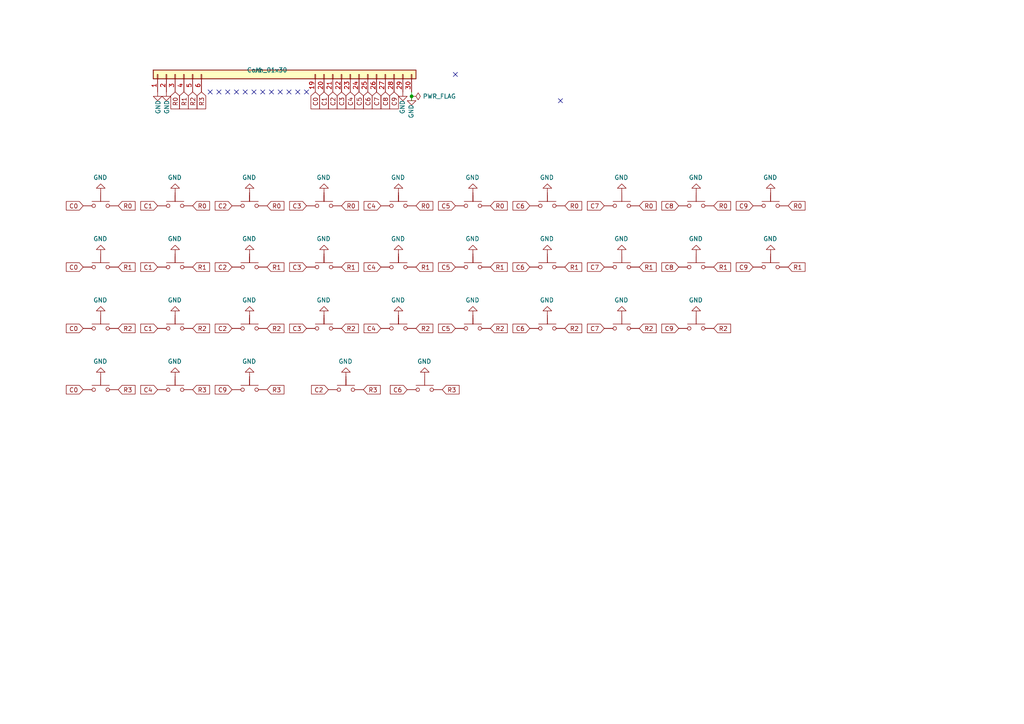
<source format=kicad_sch>
(kicad_sch (version 20211123) (generator eeschema)

  (uuid 2d67c408-5095-4495-8524-254376192197)

  (paper "A4")

  (lib_symbols
    (symbol "Connector_Generic:Conn_01x30" (pin_names (offset 1.016) hide) (in_bom yes) (on_board yes)
      (property "Reference" "J1" (id 0) (at 1.27 6.35 90)
        (effects (font (size 1.27 1.27)))
      )
      (property "Value" "Conn_01x30" (id 1) (at 1.27 3.81 90)
        (effects (font (size 1.27 1.27)))
      )
      (property "Footprint" "footprints:Model_F_3.96mm_pitch_footprint" (id 2) (at 0 0 0)
        (effects (font (size 1.27 1.27)) hide)
      )
      (property "Datasheet" "~" (id 3) (at 0 0 0)
        (effects (font (size 1.27 1.27)) hide)
      )
      (property "ki_keywords" "connector" (id 4) (at 0 0 0)
        (effects (font (size 1.27 1.27)) hide)
      )
      (property "ki_description" "Generic connector, single row, 01x30, script generated (kicad-library-utils/schlib/autogen/connector/)" (id 5) (at 0 0 0)
        (effects (font (size 1.27 1.27)) hide)
      )
      (property "ki_fp_filters" "Connector*:*_1x??_*" (id 6) (at 0 0 0)
        (effects (font (size 1.27 1.27)) hide)
      )
      (symbol "Conn_01x30_1_1"
        (rectangle (start -1.27 -37.973) (end 0 -38.227)
          (stroke (width 0.1524) (type default) (color 0 0 0 0))
          (fill (type none))
        )
        (rectangle (start -1.27 -35.433) (end 0 -35.687)
          (stroke (width 0.1524) (type default) (color 0 0 0 0))
          (fill (type none))
        )
        (rectangle (start -1.27 -32.893) (end 0 -33.147)
          (stroke (width 0.1524) (type default) (color 0 0 0 0))
          (fill (type none))
        )
        (rectangle (start -1.27 -30.353) (end 0 -30.607)
          (stroke (width 0.1524) (type default) (color 0 0 0 0))
          (fill (type none))
        )
        (rectangle (start -1.27 -27.813) (end 0 -28.067)
          (stroke (width 0.1524) (type default) (color 0 0 0 0))
          (fill (type none))
        )
        (rectangle (start -1.27 -25.273) (end 0 -25.527)
          (stroke (width 0.1524) (type default) (color 0 0 0 0))
          (fill (type none))
        )
        (rectangle (start -1.27 -22.733) (end 0 -22.987)
          (stroke (width 0.1524) (type default) (color 0 0 0 0))
          (fill (type none))
        )
        (rectangle (start -1.27 -20.193) (end 0 -20.447)
          (stroke (width 0.1524) (type default) (color 0 0 0 0))
          (fill (type none))
        )
        (rectangle (start -1.27 -17.653) (end 0 -17.907)
          (stroke (width 0.1524) (type default) (color 0 0 0 0))
          (fill (type none))
        )
        (rectangle (start -1.27 -15.113) (end 0 -15.367)
          (stroke (width 0.1524) (type default) (color 0 0 0 0))
          (fill (type none))
        )
        (rectangle (start -1.27 -12.573) (end 0 -12.827)
          (stroke (width 0.1524) (type default) (color 0 0 0 0))
          (fill (type none))
        )
        (rectangle (start -1.27 -10.033) (end 0 -10.287)
          (stroke (width 0.1524) (type default) (color 0 0 0 0))
          (fill (type none))
        )
        (rectangle (start -1.27 22.987) (end 0 22.733)
          (stroke (width 0.1524) (type default) (color 0 0 0 0))
          (fill (type none))
        )
        (rectangle (start -1.27 25.527) (end 0 25.273)
          (stroke (width 0.1524) (type default) (color 0 0 0 0))
          (fill (type none))
        )
        (rectangle (start -1.27 28.067) (end 0 27.813)
          (stroke (width 0.1524) (type default) (color 0 0 0 0))
          (fill (type none))
        )
        (rectangle (start -1.27 30.607) (end 0 30.353)
          (stroke (width 0.1524) (type default) (color 0 0 0 0))
          (fill (type none))
        )
        (rectangle (start -1.27 33.147) (end 0 32.893)
          (stroke (width 0.1524) (type default) (color 0 0 0 0))
          (fill (type none))
        )
        (rectangle (start -1.27 35.687) (end 0 35.433)
          (stroke (width 0.1524) (type default) (color 0 0 0 0))
          (fill (type none))
        )
        (rectangle (start -1.27 36.83) (end 1.27 -39.37)
          (stroke (width 0.254) (type default) (color 0 0 0 0))
          (fill (type background))
        )
        (pin passive line (at -5.08 35.56 0) (length 3.81)
          (name "Pin_1" (effects (font (size 1.27 1.27))))
          (number "1" (effects (font (size 1.27 1.27))))
        )
        (pin passive line (at -5.08 -10.16 0) (length 3.81)
          (name "Pin_19" (effects (font (size 1.27 1.27))))
          (number "19" (effects (font (size 1.27 1.27))))
        )
        (pin passive line (at -5.08 33.02 0) (length 3.81)
          (name "Pin_2" (effects (font (size 1.27 1.27))))
          (number "2" (effects (font (size 1.27 1.27))))
        )
        (pin passive line (at -5.08 -12.7 0) (length 3.81)
          (name "Pin_20" (effects (font (size 1.27 1.27))))
          (number "20" (effects (font (size 1.27 1.27))))
        )
        (pin passive line (at -5.08 -15.24 0) (length 3.81)
          (name "Pin_21" (effects (font (size 1.27 1.27))))
          (number "21" (effects (font (size 1.27 1.27))))
        )
        (pin passive line (at -5.08 -17.78 0) (length 3.81)
          (name "Pin_22" (effects (font (size 1.27 1.27))))
          (number "22" (effects (font (size 1.27 1.27))))
        )
        (pin passive line (at -5.08 -20.32 0) (length 3.81)
          (name "Pin_23" (effects (font (size 1.27 1.27))))
          (number "23" (effects (font (size 1.27 1.27))))
        )
        (pin passive line (at -5.08 -22.86 0) (length 3.81)
          (name "Pin_24" (effects (font (size 1.27 1.27))))
          (number "24" (effects (font (size 1.27 1.27))))
        )
        (pin passive line (at -5.08 -25.4 0) (length 3.81)
          (name "Pin_25" (effects (font (size 1.27 1.27))))
          (number "25" (effects (font (size 1.27 1.27))))
        )
        (pin passive line (at -5.08 -27.94 0) (length 3.81)
          (name "Pin_26" (effects (font (size 1.27 1.27))))
          (number "26" (effects (font (size 1.27 1.27))))
        )
        (pin passive line (at -5.08 -30.48 0) (length 3.81)
          (name "Pin_27" (effects (font (size 1.27 1.27))))
          (number "27" (effects (font (size 1.27 1.27))))
        )
        (pin passive line (at -5.08 -33.02 0) (length 3.81)
          (name "Pin_28" (effects (font (size 1.27 1.27))))
          (number "28" (effects (font (size 1.27 1.27))))
        )
        (pin passive line (at -5.08 -35.56 0) (length 3.81)
          (name "Pin_29" (effects (font (size 1.27 1.27))))
          (number "29" (effects (font (size 1.27 1.27))))
        )
        (pin passive line (at -5.08 30.48 0) (length 3.81)
          (name "Pin_3" (effects (font (size 1.27 1.27))))
          (number "3" (effects (font (size 1.27 1.27))))
        )
        (pin passive line (at -5.08 -38.1 0) (length 3.81)
          (name "Pin_30" (effects (font (size 1.27 1.27))))
          (number "30" (effects (font (size 1.27 1.27))))
        )
        (pin passive line (at -5.08 27.94 0) (length 3.81)
          (name "Pin_4" (effects (font (size 1.27 1.27))))
          (number "4" (effects (font (size 1.27 1.27))))
        )
        (pin passive line (at -5.08 25.4 0) (length 3.81)
          (name "Pin_5" (effects (font (size 1.27 1.27))))
          (number "5" (effects (font (size 1.27 1.27))))
        )
        (pin passive line (at -5.08 22.86 0) (length 3.81)
          (name "Pin_6" (effects (font (size 1.27 1.27))))
          (number "6" (effects (font (size 1.27 1.27))))
        )
      )
    )
    (symbol "model_d:SW_Cap" (pin_numbers hide) (pin_names (offset 1.016) hide) (in_bom yes) (on_board yes)
      (property "Reference" "SW" (id 0) (at 1.27 2.54 0)
        (effects (font (size 1.27 1.27)) (justify left))
      )
      (property "Value" "SW_Cap" (id 1) (at 0 -1.524 0)
        (effects (font (size 1.27 1.27)))
      )
      (property "Footprint" "" (id 2) (at 0 5.08 0)
        (effects (font (size 1.27 1.27)) hide)
      )
      (property "Datasheet" "~" (id 3) (at 0 5.08 0)
        (effects (font (size 1.27 1.27)) hide)
      )
      (property "ki_keywords" "switch normally-open pushbutton push-button" (id 4) (at 0 0 0)
        (effects (font (size 1.27 1.27)) hide)
      )
      (property "ki_description" "Push button switch, generic, two pins" (id 5) (at 0 0 0)
        (effects (font (size 1.27 1.27)) hide)
      )
      (symbol "SW_Cap_0_1"
        (circle (center -2.032 0) (radius 0.508)
          (stroke (width 0) (type default) (color 0 0 0 0))
          (fill (type none))
        )
        (polyline
          (pts
            (xy 0 1.27)
            (xy 0 3.048)
          )
          (stroke (width 0) (type default) (color 0 0 0 0))
          (fill (type none))
        )
        (polyline
          (pts
            (xy 2.54 1.27)
            (xy -2.54 1.27)
          )
          (stroke (width 0) (type default) (color 0 0 0 0))
          (fill (type none))
        )
        (circle (center 2.032 0) (radius 0.508)
          (stroke (width 0) (type default) (color 0 0 0 0))
          (fill (type none))
        )
        (pin passive line (at -5.08 0 0) (length 2.54)
          (name "DRIVE" (effects (font (size 1.27 1.27))))
          (number "DRIVE" (effects (font (size 1.27 1.27))))
        )
        (pin passive line (at 0 3.81 270) (length 2.54)
          (name "GND" (effects (font (size 1.27 1.27))))
          (number "GND" (effects (font (size 1.27 1.27))))
        )
        (pin passive line (at 5.08 0 180) (length 2.54)
          (name "SENSE" (effects (font (size 1.27 1.27))))
          (number "SENSE" (effects (font (size 1.27 1.27))))
        )
      )
    )
    (symbol "power:GND" (power) (pin_names (offset 0)) (in_bom yes) (on_board yes)
      (property "Reference" "#PWR" (id 0) (at 0 -6.35 0)
        (effects (font (size 1.27 1.27)) hide)
      )
      (property "Value" "GND" (id 1) (at 0 -3.81 0)
        (effects (font (size 1.27 1.27)))
      )
      (property "Footprint" "" (id 2) (at 0 0 0)
        (effects (font (size 1.27 1.27)) hide)
      )
      (property "Datasheet" "" (id 3) (at 0 0 0)
        (effects (font (size 1.27 1.27)) hide)
      )
      (property "ki_keywords" "power-flag" (id 4) (at 0 0 0)
        (effects (font (size 1.27 1.27)) hide)
      )
      (property "ki_description" "Power symbol creates a global label with name \"GND\" , ground" (id 5) (at 0 0 0)
        (effects (font (size 1.27 1.27)) hide)
      )
      (symbol "GND_0_1"
        (polyline
          (pts
            (xy 0 0)
            (xy 0 -1.27)
            (xy 1.27 -1.27)
            (xy 0 -2.54)
            (xy -1.27 -1.27)
            (xy 0 -1.27)
          )
          (stroke (width 0) (type default) (color 0 0 0 0))
          (fill (type none))
        )
      )
      (symbol "GND_1_1"
        (pin power_in line (at 0 0 270) (length 0) hide
          (name "GND" (effects (font (size 1.27 1.27))))
          (number "1" (effects (font (size 1.27 1.27))))
        )
      )
    )
    (symbol "power:PWR_FLAG" (power) (pin_numbers hide) (pin_names (offset 0) hide) (in_bom yes) (on_board yes)
      (property "Reference" "#FLG" (id 0) (at 0 1.905 0)
        (effects (font (size 1.27 1.27)) hide)
      )
      (property "Value" "PWR_FLAG" (id 1) (at 0 3.81 0)
        (effects (font (size 1.27 1.27)))
      )
      (property "Footprint" "" (id 2) (at 0 0 0)
        (effects (font (size 1.27 1.27)) hide)
      )
      (property "Datasheet" "~" (id 3) (at 0 0 0)
        (effects (font (size 1.27 1.27)) hide)
      )
      (property "ki_keywords" "power-flag" (id 4) (at 0 0 0)
        (effects (font (size 1.27 1.27)) hide)
      )
      (property "ki_description" "Special symbol for telling ERC where power comes from" (id 5) (at 0 0 0)
        (effects (font (size 1.27 1.27)) hide)
      )
      (symbol "PWR_FLAG_0_0"
        (pin power_out line (at 0 0 90) (length 0)
          (name "pwr" (effects (font (size 1.27 1.27))))
          (number "1" (effects (font (size 1.27 1.27))))
        )
      )
      (symbol "PWR_FLAG_0_1"
        (polyline
          (pts
            (xy 0 0)
            (xy 0 1.27)
            (xy -1.016 1.905)
            (xy 0 2.54)
            (xy 1.016 1.905)
            (xy 0 1.27)
          )
          (stroke (width 0) (type default) (color 0 0 0 0))
          (fill (type none))
        )
      )
    )
  )

  (junction (at 119.38 27.94) (diameter 0) (color 0 0 0 0)
    (uuid f624dfd7-a515-4009-9781-3f6fe6d7f63b)
  )

  (no_connect (at 60.96 26.67) (uuid 6f0eaf60-94bb-4e35-ad3a-3ea3ceb18c54))
  (no_connect (at 63.5 26.67) (uuid 6f0eaf60-94bb-4e35-ad3a-3ea3ceb18c55))
  (no_connect (at 66.04 26.67) (uuid 9f741a55-50a7-4c18-bcf8-3e6817c4bc3c))
  (no_connect (at 86.36 26.67) (uuid 9f741a55-50a7-4c18-bcf8-3e6817c4bc3e))
  (no_connect (at 71.12 26.67) (uuid 9f741a55-50a7-4c18-bcf8-3e6817c4bc3f))
  (no_connect (at 83.82 26.67) (uuid 9f741a55-50a7-4c18-bcf8-3e6817c4bc40))
  (no_connect (at 81.28 26.67) (uuid 9f741a55-50a7-4c18-bcf8-3e6817c4bc41))
  (no_connect (at 78.74 26.67) (uuid 9f741a55-50a7-4c18-bcf8-3e6817c4bc42))
  (no_connect (at 76.2 26.67) (uuid 9f741a55-50a7-4c18-bcf8-3e6817c4bc43))
  (no_connect (at 73.66 26.67) (uuid 9f741a55-50a7-4c18-bcf8-3e6817c4bc44))
  (no_connect (at 68.58 26.67) (uuid 9f741a55-50a7-4c18-bcf8-3e6817c4bc45))
  (no_connect (at 88.9 26.67) (uuid e5b3578e-a887-4558-8b83-14644dafe068))
  (no_connect (at 132.08 21.59) (uuid e5b3578e-a887-4558-8b83-14644dafe069))
  (no_connect (at 162.56 29.21) (uuid e5b3578e-a887-4558-8b83-14644dafe06a))

  (wire (pts (xy 119.38 29.21) (xy 119.38 27.94))
    (stroke (width 0) (type default) (color 0 0 0 0))
    (uuid 0a0b023a-0430-480e-b7dd-b85862718e89)
  )
  (wire (pts (xy 119.38 27.94) (xy 119.38 26.67))
    (stroke (width 0) (type default) (color 0 0 0 0))
    (uuid 10ef4962-6495-4ada-8f8c-c03bd264bd70)
  )

  (global_label "C0" (shape input) (at 24.13 59.69 180) (fields_autoplaced)
    (effects (font (size 1.27 1.27)) (justify right))
    (uuid 021d1ba1-8345-4ae3-b076-6551ccf18509)
    (property "Intersheet References" "${INTERSHEET_REFS}" (id 0) (at 0 0 0)
      (effects (font (size 1.27 1.27)) hide)
    )
  )
  (global_label "R1" (shape input) (at 228.6 77.47 0) (fields_autoplaced)
    (effects (font (size 1.27 1.27)) (justify left))
    (uuid 0537d006-4b0f-423c-8826-141cee13e031)
    (property "Intersheet References" "${INTERSHEET_REFS}" (id 0) (at 0 0 0)
      (effects (font (size 1.27 1.27)) hide)
    )
  )
  (global_label "R2" (shape input) (at 77.47 95.25 0) (fields_autoplaced)
    (effects (font (size 1.27 1.27)) (justify left))
    (uuid 08882244-5910-4dce-867a-469ec9044d8d)
    (property "Intersheet References" "${INTERSHEET_REFS}" (id 0) (at 0 0 0)
      (effects (font (size 1.27 1.27)) hide)
    )
  )
  (global_label "C1" (shape input) (at 45.72 59.69 180) (fields_autoplaced)
    (effects (font (size 1.27 1.27)) (justify right))
    (uuid 0c040f7b-4bce-4266-977d-b3280147f286)
    (property "Intersheet References" "${INTERSHEET_REFS}" (id 0) (at 0 0 0)
      (effects (font (size 1.27 1.27)) hide)
    )
  )
  (global_label "C5" (shape input) (at 132.08 77.47 180) (fields_autoplaced)
    (effects (font (size 1.27 1.27)) (justify right))
    (uuid 0d11c345-877e-4eee-bd62-adde9d937ee9)
    (property "Intersheet References" "${INTERSHEET_REFS}" (id 0) (at 0 0 0)
      (effects (font (size 1.27 1.27)) hide)
    )
  )
  (global_label "R3" (shape input) (at 77.47 113.03 0) (fields_autoplaced)
    (effects (font (size 1.27 1.27)) (justify left))
    (uuid 0d4a63c2-a5a8-43a3-89f0-38a42d272fa0)
    (property "Intersheet References" "${INTERSHEET_REFS}" (id 0) (at 0 0 0)
      (effects (font (size 1.27 1.27)) hide)
    )
  )
  (global_label "R2" (shape input) (at 55.88 95.25 0) (fields_autoplaced)
    (effects (font (size 1.27 1.27)) (justify left))
    (uuid 0e603c73-caeb-43d0-a08f-2faad343187c)
    (property "Intersheet References" "${INTERSHEET_REFS}" (id 0) (at 0 0 0)
      (effects (font (size 1.27 1.27)) hide)
    )
  )
  (global_label "R0" (shape input) (at 34.29 59.69 0) (fields_autoplaced)
    (effects (font (size 1.27 1.27)) (justify left))
    (uuid 0f1a54d8-d0f2-4696-b585-7b47a721df8d)
    (property "Intersheet References" "${INTERSHEET_REFS}" (id 0) (at 0 0 0)
      (effects (font (size 1.27 1.27)) hide)
    )
  )
  (global_label "R2" (shape input) (at 207.01 95.25 0) (fields_autoplaced)
    (effects (font (size 1.27 1.27)) (justify left))
    (uuid 10dc3795-ee96-4291-92e4-01f4abca413e)
    (property "Intersheet References" "${INTERSHEET_REFS}" (id 0) (at 0 0 0)
      (effects (font (size 1.27 1.27)) hide)
    )
  )
  (global_label "R1" (shape input) (at 120.65 77.47 0) (fields_autoplaced)
    (effects (font (size 1.27 1.27)) (justify left))
    (uuid 11f46ffc-0d65-4331-8b5a-59cb0f5bdd98)
    (property "Intersheet References" "${INTERSHEET_REFS}" (id 0) (at 0 0 0)
      (effects (font (size 1.27 1.27)) hide)
    )
  )
  (global_label "R1" (shape input) (at 142.24 77.47 0) (fields_autoplaced)
    (effects (font (size 1.27 1.27)) (justify left))
    (uuid 17f2d4b9-650b-479b-abd1-b39a016e5842)
    (property "Intersheet References" "${INTERSHEET_REFS}" (id 0) (at 0 0 0)
      (effects (font (size 1.27 1.27)) hide)
    )
  )
  (global_label "R1" (shape input) (at 55.88 77.47 0) (fields_autoplaced)
    (effects (font (size 1.27 1.27)) (justify left))
    (uuid 18d93b44-63da-4327-9658-b5e21c387601)
    (property "Intersheet References" "${INTERSHEET_REFS}" (id 0) (at 0 0 0)
      (effects (font (size 1.27 1.27)) hide)
    )
  )
  (global_label "C2" (shape input) (at 67.31 59.69 180) (fields_autoplaced)
    (effects (font (size 1.27 1.27)) (justify right))
    (uuid 1b47f7cb-d3c8-4af6-8709-187154c1ac7c)
    (property "Intersheet References" "${INTERSHEET_REFS}" (id 0) (at 0 0 0)
      (effects (font (size 1.27 1.27)) hide)
    )
  )
  (global_label "R3" (shape input) (at 55.88 113.03 0) (fields_autoplaced)
    (effects (font (size 1.27 1.27)) (justify left))
    (uuid 1ce26522-4709-4008-bca1-557711628285)
    (property "Intersheet References" "${INTERSHEET_REFS}" (id 0) (at 0 0 0)
      (effects (font (size 1.27 1.27)) hide)
    )
  )
  (global_label "R3" (shape input) (at 128.27 113.03 0) (fields_autoplaced)
    (effects (font (size 1.27 1.27)) (justify left))
    (uuid 1e6ade55-34fe-46c6-8c88-9404d1393dd1)
    (property "Intersheet References" "${INTERSHEET_REFS}" (id 0) (at 50.8 0 0)
      (effects (font (size 1.27 1.27)) hide)
    )
  )
  (global_label "R2" (shape input) (at 99.06 95.25 0) (fields_autoplaced)
    (effects (font (size 1.27 1.27)) (justify left))
    (uuid 261655f4-5f35-4f97-b329-4870d0ff8222)
    (property "Intersheet References" "${INTERSHEET_REFS}" (id 0) (at 0 0 0)
      (effects (font (size 1.27 1.27)) hide)
    )
  )
  (global_label "R1" (shape input) (at 34.29 77.47 0) (fields_autoplaced)
    (effects (font (size 1.27 1.27)) (justify left))
    (uuid 283104f8-35ad-43c8-8b55-801c3bdbb2d3)
    (property "Intersheet References" "${INTERSHEET_REFS}" (id 0) (at 0 0 0)
      (effects (font (size 1.27 1.27)) hide)
    )
  )
  (global_label "R3" (shape input) (at 58.42 26.67 270) (fields_autoplaced)
    (effects (font (size 1.27 1.27)) (justify right))
    (uuid 2f279a51-395c-4e34-8895-e620c75ca218)
    (property "Intersheet References" "${INTERSHEET_REFS}" (id 0) (at -53.34 -5.08 0)
      (effects (font (size 1.27 1.27)) hide)
    )
  )
  (global_label "C5" (shape input) (at 132.08 95.25 180) (fields_autoplaced)
    (effects (font (size 1.27 1.27)) (justify right))
    (uuid 32a9e2d4-848a-4cd6-955f-7333ce7715d8)
    (property "Intersheet References" "${INTERSHEET_REFS}" (id 0) (at 0 0 0)
      (effects (font (size 1.27 1.27)) hide)
    )
  )
  (global_label "C5" (shape input) (at 132.08 59.69 180) (fields_autoplaced)
    (effects (font (size 1.27 1.27)) (justify right))
    (uuid 3336156c-6ba9-406e-830e-229a4b63f960)
    (property "Intersheet References" "${INTERSHEET_REFS}" (id 0) (at 0 0 0)
      (effects (font (size 1.27 1.27)) hide)
    )
  )
  (global_label "R1" (shape input) (at 163.83 77.47 0) (fields_autoplaced)
    (effects (font (size 1.27 1.27)) (justify left))
    (uuid 33e66cac-bc6f-4e46-8099-809a78c7e86a)
    (property "Intersheet References" "${INTERSHEET_REFS}" (id 0) (at 0 0 0)
      (effects (font (size 1.27 1.27)) hide)
    )
  )
  (global_label "C6" (shape input) (at 153.67 59.69 180) (fields_autoplaced)
    (effects (font (size 1.27 1.27)) (justify right))
    (uuid 3b7fb71c-1f85-42d2-8063-1e864fe4ab4d)
    (property "Intersheet References" "${INTERSHEET_REFS}" (id 0) (at 0 0 0)
      (effects (font (size 1.27 1.27)) hide)
    )
  )
  (global_label "C6" (shape input) (at 153.67 77.47 180) (fields_autoplaced)
    (effects (font (size 1.27 1.27)) (justify right))
    (uuid 3bfa2a1e-2abd-435e-b0bf-b89fd2c33c51)
    (property "Intersheet References" "${INTERSHEET_REFS}" (id 0) (at 0 0 0)
      (effects (font (size 1.27 1.27)) hide)
    )
  )
  (global_label "R0" (shape input) (at 55.88 59.69 0) (fields_autoplaced)
    (effects (font (size 1.27 1.27)) (justify left))
    (uuid 3c79bb38-afeb-4564-94cf-4d2b811b50ee)
    (property "Intersheet References" "${INTERSHEET_REFS}" (id 0) (at 0 0 0)
      (effects (font (size 1.27 1.27)) hide)
    )
  )
  (global_label "C9" (shape input) (at 114.3 26.67 270) (fields_autoplaced)
    (effects (font (size 1.27 1.27)) (justify right))
    (uuid 3e3df8be-9370-4ff2-81f9-3dff50a93402)
    (property "Intersheet References" "${INTERSHEET_REFS}" (id 0) (at 114.2206 31.4737 90)
      (effects (font (size 1.27 1.27)) (justify right) hide)
    )
  )
  (global_label "C6" (shape input) (at 153.67 95.25 180) (fields_autoplaced)
    (effects (font (size 1.27 1.27)) (justify right))
    (uuid 40aca5b0-3dd0-4f1d-9a1c-3fbd2ec4854b)
    (property "Intersheet References" "${INTERSHEET_REFS}" (id 0) (at 0 0 0)
      (effects (font (size 1.27 1.27)) hide)
    )
  )
  (global_label "R2" (shape input) (at 34.29 95.25 0) (fields_autoplaced)
    (effects (font (size 1.27 1.27)) (justify left))
    (uuid 499f77cc-da49-4bd8-9400-0f2b41556e1e)
    (property "Intersheet References" "${INTERSHEET_REFS}" (id 0) (at 0 0 0)
      (effects (font (size 1.27 1.27)) hide)
    )
  )
  (global_label "C1" (shape input) (at 45.72 77.47 180) (fields_autoplaced)
    (effects (font (size 1.27 1.27)) (justify right))
    (uuid 4fe2a52b-bc07-40fb-a83d-6e818dfb82bb)
    (property "Intersheet References" "${INTERSHEET_REFS}" (id 0) (at 0 0 0)
      (effects (font (size 1.27 1.27)) hide)
    )
  )
  (global_label "C9" (shape input) (at 67.31 113.03 180) (fields_autoplaced)
    (effects (font (size 1.27 1.27)) (justify right))
    (uuid 54be7e74-5d24-4fdb-8159-aaace0d33500)
    (property "Intersheet References" "${INTERSHEET_REFS}" (id 0) (at 62.5063 112.9506 0)
      (effects (font (size 1.27 1.27)) (justify right) hide)
    )
  )
  (global_label "C7" (shape input) (at 175.26 95.25 180) (fields_autoplaced)
    (effects (font (size 1.27 1.27)) (justify right))
    (uuid 573b1675-dce4-4e55-a868-bd15b2baaa9f)
    (property "Intersheet References" "${INTERSHEET_REFS}" (id 0) (at 0 0 0)
      (effects (font (size 1.27 1.27)) hide)
    )
  )
  (global_label "R1" (shape input) (at 77.47 77.47 0) (fields_autoplaced)
    (effects (font (size 1.27 1.27)) (justify left))
    (uuid 58f557d6-1c10-4021-8468-acb2a73c0517)
    (property "Intersheet References" "${INTERSHEET_REFS}" (id 0) (at 0 0 0)
      (effects (font (size 1.27 1.27)) hide)
    )
  )
  (global_label "C9" (shape input) (at 196.85 95.25 180) (fields_autoplaced)
    (effects (font (size 1.27 1.27)) (justify right))
    (uuid 5b18dde5-5fde-46bd-95df-678a17eeeb1d)
    (property "Intersheet References" "${INTERSHEET_REFS}" (id 0) (at 192.0463 95.1706 0)
      (effects (font (size 1.27 1.27)) (justify right) hide)
    )
  )
  (global_label "C2" (shape input) (at 95.25 113.03 180) (fields_autoplaced)
    (effects (font (size 1.27 1.27)) (justify right))
    (uuid 5e451c3d-5d18-4e0b-a960-d2de4a6514cc)
    (property "Intersheet References" "${INTERSHEET_REFS}" (id 0) (at 90.4463 112.9506 0)
      (effects (font (size 1.27 1.27)) (justify right) hide)
    )
  )
  (global_label "C8" (shape input) (at 196.85 59.69 180) (fields_autoplaced)
    (effects (font (size 1.27 1.27)) (justify right))
    (uuid 65804eee-8504-4728-8ebd-c4e89dddf4ca)
    (property "Intersheet References" "${INTERSHEET_REFS}" (id 0) (at 0 0 0)
      (effects (font (size 1.27 1.27)) hide)
    )
  )
  (global_label "C3" (shape input) (at 88.9 95.25 180) (fields_autoplaced)
    (effects (font (size 1.27 1.27)) (justify right))
    (uuid 6826c399-7f62-40f0-be3a-a469a6345fb8)
    (property "Intersheet References" "${INTERSHEET_REFS}" (id 0) (at 0 0 0)
      (effects (font (size 1.27 1.27)) hide)
    )
  )
  (global_label "R0" (shape input) (at 50.8 26.67 270) (fields_autoplaced)
    (effects (font (size 1.27 1.27)) (justify right))
    (uuid 6d87b873-407a-4272-b775-d9ec5acdb1d6)
    (property "Intersheet References" "${INTERSHEET_REFS}" (id 0) (at -68.58 -5.08 0)
      (effects (font (size 1.27 1.27)) hide)
    )
  )
  (global_label "C3" (shape input) (at 88.9 59.69 180) (fields_autoplaced)
    (effects (font (size 1.27 1.27)) (justify right))
    (uuid 6d921ffc-6474-4a8b-b2e4-c0be80f0261c)
    (property "Intersheet References" "${INTERSHEET_REFS}" (id 0) (at 0 0 0)
      (effects (font (size 1.27 1.27)) hide)
    )
  )
  (global_label "C3" (shape input) (at 88.9 77.47 180) (fields_autoplaced)
    (effects (font (size 1.27 1.27)) (justify right))
    (uuid 719bbec6-612f-4e8b-a84f-cdf6067a8190)
    (property "Intersheet References" "${INTERSHEET_REFS}" (id 0) (at 0 0 0)
      (effects (font (size 1.27 1.27)) hide)
    )
  )
  (global_label "C1" (shape input) (at 45.72 95.25 180) (fields_autoplaced)
    (effects (font (size 1.27 1.27)) (justify right))
    (uuid 71a482ab-3e97-4aa6-a872-cb39f242f2f6)
    (property "Intersheet References" "${INTERSHEET_REFS}" (id 0) (at 0 0 0)
      (effects (font (size 1.27 1.27)) hide)
    )
  )
  (global_label "R2" (shape input) (at 163.83 95.25 0) (fields_autoplaced)
    (effects (font (size 1.27 1.27)) (justify left))
    (uuid 7240cb3b-fbf5-4630-a678-2fe15903ac16)
    (property "Intersheet References" "${INTERSHEET_REFS}" (id 0) (at 0 0 0)
      (effects (font (size 1.27 1.27)) hide)
    )
  )
  (global_label "R2" (shape input) (at 120.65 95.25 0) (fields_autoplaced)
    (effects (font (size 1.27 1.27)) (justify left))
    (uuid 72c58090-e32d-42f8-98e5-5ffa3544aa61)
    (property "Intersheet References" "${INTERSHEET_REFS}" (id 0) (at 0 0 0)
      (effects (font (size 1.27 1.27)) hide)
    )
  )
  (global_label "R2" (shape input) (at 55.88 26.67 270) (fields_autoplaced)
    (effects (font (size 1.27 1.27)) (justify right))
    (uuid 73e8fe45-d612-462c-a717-38ffa431f2fa)
    (property "Intersheet References" "${INTERSHEET_REFS}" (id 0) (at -58.42 -5.08 0)
      (effects (font (size 1.27 1.27)) hide)
    )
  )
  (global_label "C2" (shape input) (at 67.31 95.25 180) (fields_autoplaced)
    (effects (font (size 1.27 1.27)) (justify right))
    (uuid 76f181ce-196e-4cbd-a288-dd56eb3d8362)
    (property "Intersheet References" "${INTERSHEET_REFS}" (id 0) (at 0 0 0)
      (effects (font (size 1.27 1.27)) hide)
    )
  )
  (global_label "C6" (shape input) (at 118.11 113.03 180) (fields_autoplaced)
    (effects (font (size 1.27 1.27)) (justify right))
    (uuid 76f41a51-576f-43eb-9215-1667186ba968)
    (property "Intersheet References" "${INTERSHEET_REFS}" (id 0) (at 113.3063 112.9506 0)
      (effects (font (size 1.27 1.27)) (justify right) hide)
    )
  )
  (global_label "C4" (shape input) (at 110.49 59.69 180) (fields_autoplaced)
    (effects (font (size 1.27 1.27)) (justify right))
    (uuid 7859003e-7e36-436f-833d-978114c425b3)
    (property "Intersheet References" "${INTERSHEET_REFS}" (id 0) (at 0 0 0)
      (effects (font (size 1.27 1.27)) hide)
    )
  )
  (global_label "C9" (shape input) (at 218.44 59.69 180) (fields_autoplaced)
    (effects (font (size 1.27 1.27)) (justify right))
    (uuid 79cc4ac3-b63f-4c61-93c3-491a2f7d294c)
    (property "Intersheet References" "${INTERSHEET_REFS}" (id 0) (at 0 0 0)
      (effects (font (size 1.27 1.27)) hide)
    )
  )
  (global_label "R1" (shape input) (at 207.01 77.47 0) (fields_autoplaced)
    (effects (font (size 1.27 1.27)) (justify left))
    (uuid 7aa8e531-0f62-47b1-93a5-e616b0a96419)
    (property "Intersheet References" "${INTERSHEET_REFS}" (id 0) (at 0 0 0)
      (effects (font (size 1.27 1.27)) hide)
    )
  )
  (global_label "C0" (shape input) (at 91.44 26.67 270) (fields_autoplaced)
    (effects (font (size 1.27 1.27)) (justify right))
    (uuid 7af09701-aa1d-4ec2-95a4-5a60f1321ec9)
    (property "Intersheet References" "${INTERSHEET_REFS}" (id 0) (at 91.3606 31.4737 90)
      (effects (font (size 1.27 1.27)) (justify right) hide)
    )
  )
  (global_label "R2" (shape input) (at 142.24 95.25 0) (fields_autoplaced)
    (effects (font (size 1.27 1.27)) (justify left))
    (uuid 82cc60b2-cf96-4f85-961f-b98922b45bd5)
    (property "Intersheet References" "${INTERSHEET_REFS}" (id 0) (at 0 0 0)
      (effects (font (size 1.27 1.27)) hide)
    )
  )
  (global_label "R0" (shape input) (at 142.24 59.69 0) (fields_autoplaced)
    (effects (font (size 1.27 1.27)) (justify left))
    (uuid 849672a2-69f9-4eb5-abc5-f24373260081)
    (property "Intersheet References" "${INTERSHEET_REFS}" (id 0) (at 0 0 0)
      (effects (font (size 1.27 1.27)) hide)
    )
  )
  (global_label "R0" (shape input) (at 77.47 59.69 0) (fields_autoplaced)
    (effects (font (size 1.27 1.27)) (justify left))
    (uuid 886e97e8-365e-4b6f-ac89-f4d617b169a3)
    (property "Intersheet References" "${INTERSHEET_REFS}" (id 0) (at 0 0 0)
      (effects (font (size 1.27 1.27)) hide)
    )
  )
  (global_label "C7" (shape input) (at 175.26 77.47 180) (fields_autoplaced)
    (effects (font (size 1.27 1.27)) (justify right))
    (uuid 8f801815-9f35-4413-a70a-b42c11e21ef2)
    (property "Intersheet References" "${INTERSHEET_REFS}" (id 0) (at 0 0 0)
      (effects (font (size 1.27 1.27)) hide)
    )
  )
  (global_label "C0" (shape input) (at 24.13 113.03 180) (fields_autoplaced)
    (effects (font (size 1.27 1.27)) (justify right))
    (uuid 94db065d-b93d-42b8-8d60-7638178dbd57)
    (property "Intersheet References" "${INTERSHEET_REFS}" (id 0) (at 0 0 0)
      (effects (font (size 1.27 1.27)) hide)
    )
  )
  (global_label "C0" (shape input) (at 24.13 95.25 180) (fields_autoplaced)
    (effects (font (size 1.27 1.27)) (justify right))
    (uuid 97755326-c36d-4c4d-b8d2-2183b8e4a57c)
    (property "Intersheet References" "${INTERSHEET_REFS}" (id 0) (at 0 0 0)
      (effects (font (size 1.27 1.27)) hide)
    )
  )
  (global_label "R1" (shape input) (at 53.34 26.67 270) (fields_autoplaced)
    (effects (font (size 1.27 1.27)) (justify right))
    (uuid 9c8b6644-d343-4feb-8b52-a55ac8d092f6)
    (property "Intersheet References" "${INTERSHEET_REFS}" (id 0) (at -63.5 -5.08 0)
      (effects (font (size 1.27 1.27)) hide)
    )
  )
  (global_label "C2" (shape input) (at 67.31 77.47 180) (fields_autoplaced)
    (effects (font (size 1.27 1.27)) (justify right))
    (uuid 9d0f699a-d996-4105-be64-1d87939d6f2c)
    (property "Intersheet References" "${INTERSHEET_REFS}" (id 0) (at 0 0 0)
      (effects (font (size 1.27 1.27)) hide)
    )
  )
  (global_label "C1" (shape input) (at 93.98 26.67 270) (fields_autoplaced)
    (effects (font (size 1.27 1.27)) (justify right))
    (uuid 9d47c4c7-ee95-4d53-b37d-5395cc30c8a1)
    (property "Intersheet References" "${INTERSHEET_REFS}" (id 0) (at 93.9006 31.4737 90)
      (effects (font (size 1.27 1.27)) (justify right) hide)
    )
  )
  (global_label "R0" (shape input) (at 99.06 59.69 0) (fields_autoplaced)
    (effects (font (size 1.27 1.27)) (justify left))
    (uuid 9ddcdc57-cba5-4c03-ae53-a255789fae39)
    (property "Intersheet References" "${INTERSHEET_REFS}" (id 0) (at 0 0 0)
      (effects (font (size 1.27 1.27)) hide)
    )
  )
  (global_label "C4" (shape input) (at 45.72 113.03 180) (fields_autoplaced)
    (effects (font (size 1.27 1.27)) (justify right))
    (uuid a0e6e85a-bbc3-4ff3-9287-88153245a2f1)
    (property "Intersheet References" "${INTERSHEET_REFS}" (id 0) (at 40.9163 112.9506 0)
      (effects (font (size 1.27 1.27)) (justify right) hide)
    )
  )
  (global_label "C8" (shape input) (at 111.76 26.67 270) (fields_autoplaced)
    (effects (font (size 1.27 1.27)) (justify right))
    (uuid aaaf5640-7232-4a71-b633-14f6556a2206)
    (property "Intersheet References" "${INTERSHEET_REFS}" (id 0) (at 111.6806 31.4737 90)
      (effects (font (size 1.27 1.27)) (justify right) hide)
    )
  )
  (global_label "C9" (shape input) (at 218.44 77.47 180) (fields_autoplaced)
    (effects (font (size 1.27 1.27)) (justify right))
    (uuid b2dd1c4c-d0cf-4397-9b67-59f170b1779d)
    (property "Intersheet References" "${INTERSHEET_REFS}" (id 0) (at 0 0 0)
      (effects (font (size 1.27 1.27)) hide)
    )
  )
  (global_label "R0" (shape input) (at 185.42 59.69 0) (fields_autoplaced)
    (effects (font (size 1.27 1.27)) (justify left))
    (uuid b4d354ec-8181-4cb3-b474-9787b2e6a664)
    (property "Intersheet References" "${INTERSHEET_REFS}" (id 0) (at 0 0 0)
      (effects (font (size 1.27 1.27)) hide)
    )
  )
  (global_label "C4" (shape input) (at 101.6 26.67 270) (fields_autoplaced)
    (effects (font (size 1.27 1.27)) (justify right))
    (uuid b584d143-cb7b-4ec5-a46e-dcbaa7c911d8)
    (property "Intersheet References" "${INTERSHEET_REFS}" (id 0) (at 101.5206 31.4737 90)
      (effects (font (size 1.27 1.27)) (justify right) hide)
    )
  )
  (global_label "C4" (shape input) (at 110.49 77.47 180) (fields_autoplaced)
    (effects (font (size 1.27 1.27)) (justify right))
    (uuid b9a0e736-d870-4803-b3b9-1eb170b1f08f)
    (property "Intersheet References" "${INTERSHEET_REFS}" (id 0) (at 0 0 0)
      (effects (font (size 1.27 1.27)) hide)
    )
  )
  (global_label "C7" (shape input) (at 175.26 59.69 180) (fields_autoplaced)
    (effects (font (size 1.27 1.27)) (justify right))
    (uuid ba64ac42-fee2-410c-a802-e140572438a0)
    (property "Intersheet References" "${INTERSHEET_REFS}" (id 0) (at 0 0 0)
      (effects (font (size 1.27 1.27)) hide)
    )
  )
  (global_label "R3" (shape input) (at 34.29 113.03 0) (fields_autoplaced)
    (effects (font (size 1.27 1.27)) (justify left))
    (uuid bbe89b99-07c4-4a7a-8c9b-c17ca5df28f3)
    (property "Intersheet References" "${INTERSHEET_REFS}" (id 0) (at 0 0 0)
      (effects (font (size 1.27 1.27)) hide)
    )
  )
  (global_label "R0" (shape input) (at 120.65 59.69 0) (fields_autoplaced)
    (effects (font (size 1.27 1.27)) (justify left))
    (uuid bcbefa94-40a9-44a5-8e70-f957e57f5306)
    (property "Intersheet References" "${INTERSHEET_REFS}" (id 0) (at 0 0 0)
      (effects (font (size 1.27 1.27)) hide)
    )
  )
  (global_label "R3" (shape input) (at 105.41 113.03 0) (fields_autoplaced)
    (effects (font (size 1.27 1.27)) (justify left))
    (uuid c3ce937f-4f4b-4e4c-b598-1d1a73a33f13)
    (property "Intersheet References" "${INTERSHEET_REFS}" (id 0) (at 27.94 0 0)
      (effects (font (size 1.27 1.27)) hide)
    )
  )
  (global_label "C4" (shape input) (at 110.49 95.25 180) (fields_autoplaced)
    (effects (font (size 1.27 1.27)) (justify right))
    (uuid c782d882-0422-4025-9536-77e788e71ee4)
    (property "Intersheet References" "${INTERSHEET_REFS}" (id 0) (at 0 0 0)
      (effects (font (size 1.27 1.27)) hide)
    )
  )
  (global_label "C7" (shape input) (at 109.22 26.67 270) (fields_autoplaced)
    (effects (font (size 1.27 1.27)) (justify right))
    (uuid c96e3444-76de-48c6-9e3e-248aacfda71b)
    (property "Intersheet References" "${INTERSHEET_REFS}" (id 0) (at 109.1406 31.4737 90)
      (effects (font (size 1.27 1.27)) (justify right) hide)
    )
  )
  (global_label "R0" (shape input) (at 228.6 59.69 0) (fields_autoplaced)
    (effects (font (size 1.27 1.27)) (justify left))
    (uuid c9a5f8dc-5c41-4603-b1b5-4db9ea8c64c7)
    (property "Intersheet References" "${INTERSHEET_REFS}" (id 0) (at 0 0 0)
      (effects (font (size 1.27 1.27)) hide)
    )
  )
  (global_label "C2" (shape input) (at 96.52 26.67 270) (fields_autoplaced)
    (effects (font (size 1.27 1.27)) (justify right))
    (uuid cc536453-5d71-47dc-b95a-817e6431b542)
    (property "Intersheet References" "${INTERSHEET_REFS}" (id 0) (at 96.4406 31.4737 90)
      (effects (font (size 1.27 1.27)) (justify right) hide)
    )
  )
  (global_label "C3" (shape input) (at 99.06 26.67 270) (fields_autoplaced)
    (effects (font (size 1.27 1.27)) (justify right))
    (uuid d14cc754-2630-4566-9cbe-7c652bf4d31b)
    (property "Intersheet References" "${INTERSHEET_REFS}" (id 0) (at 98.9806 31.4737 90)
      (effects (font (size 1.27 1.27)) (justify right) hide)
    )
  )
  (global_label "C5" (shape input) (at 104.14 26.67 270) (fields_autoplaced)
    (effects (font (size 1.27 1.27)) (justify right))
    (uuid d31473fb-4c6d-4f43-a580-0265f5e141ba)
    (property "Intersheet References" "${INTERSHEET_REFS}" (id 0) (at 104.0606 31.4737 90)
      (effects (font (size 1.27 1.27)) (justify right) hide)
    )
  )
  (global_label "C8" (shape input) (at 196.85 77.47 180) (fields_autoplaced)
    (effects (font (size 1.27 1.27)) (justify right))
    (uuid d449d7e5-2cd1-4018-a1ca-cec1d9e24ff5)
    (property "Intersheet References" "${INTERSHEET_REFS}" (id 0) (at 0 0 0)
      (effects (font (size 1.27 1.27)) hide)
    )
  )
  (global_label "R0" (shape input) (at 163.83 59.69 0) (fields_autoplaced)
    (effects (font (size 1.27 1.27)) (justify left))
    (uuid db6d4e3f-1a8c-4a8f-8409-326d153a817e)
    (property "Intersheet References" "${INTERSHEET_REFS}" (id 0) (at 0 0 0)
      (effects (font (size 1.27 1.27)) hide)
    )
  )
  (global_label "R0" (shape input) (at 207.01 59.69 0) (fields_autoplaced)
    (effects (font (size 1.27 1.27)) (justify left))
    (uuid db8b80c8-44b2-4cb5-9a59-ab73daffc73a)
    (property "Intersheet References" "${INTERSHEET_REFS}" (id 0) (at 0 0 0)
      (effects (font (size 1.27 1.27)) hide)
    )
  )
  (global_label "R1" (shape input) (at 99.06 77.47 0) (fields_autoplaced)
    (effects (font (size 1.27 1.27)) (justify left))
    (uuid dbfefee6-de15-4e4c-995a-92c3857af845)
    (property "Intersheet References" "${INTERSHEET_REFS}" (id 0) (at 0 0 0)
      (effects (font (size 1.27 1.27)) hide)
    )
  )
  (global_label "R1" (shape input) (at 185.42 77.47 0) (fields_autoplaced)
    (effects (font (size 1.27 1.27)) (justify left))
    (uuid e02613f3-3221-4f1c-bf50-d9257e3e29ae)
    (property "Intersheet References" "${INTERSHEET_REFS}" (id 0) (at 0 0 0)
      (effects (font (size 1.27 1.27)) hide)
    )
  )
  (global_label "C6" (shape input) (at 106.68 26.67 270) (fields_autoplaced)
    (effects (font (size 1.27 1.27)) (justify right))
    (uuid eb33109e-6881-404e-8c31-d6c2b73fd1f7)
    (property "Intersheet References" "${INTERSHEET_REFS}" (id 0) (at 106.6006 31.4737 90)
      (effects (font (size 1.27 1.27)) (justify right) hide)
    )
  )
  (global_label "C0" (shape input) (at 24.13 77.47 180) (fields_autoplaced)
    (effects (font (size 1.27 1.27)) (justify right))
    (uuid eb351ec6-2d70-46b9-88a1-d8c0fc5f59e5)
    (property "Intersheet References" "${INTERSHEET_REFS}" (id 0) (at 0 0 0)
      (effects (font (size 1.27 1.27)) hide)
    )
  )
  (global_label "R2" (shape input) (at 185.42 95.25 0) (fields_autoplaced)
    (effects (font (size 1.27 1.27)) (justify left))
    (uuid f04fe600-aba9-4a2f-96fa-88993d9d36a8)
    (property "Intersheet References" "${INTERSHEET_REFS}" (id 0) (at 0 0 0)
      (effects (font (size 1.27 1.27)) hide)
    )
  )

  (symbol (lib_id "model_d:SW_Cap") (at 29.21 59.69 0) (unit 1)
    (in_bom yes) (on_board yes)
    (uuid 00000000-0000-0000-0000-0000616e6cff)
    (property "Reference" "SW1" (id 0) (at 29.21 62.0522 0)
      (effects (font (size 1.27 1.27)) hide)
    )
    (property "Value" "SW_Cap" (id 1) (at 29.21 64.3636 0)
      (effects (font (size 1.27 1.27)) hide)
    )
    (property "Footprint" "model_d:capswitch2" (id 2) (at 29.21 54.61 0)
      (effects (font (size 1.27 1.27)) hide)
    )
    (property "Datasheet" "~" (id 3) (at 29.21 54.61 0)
      (effects (font (size 1.27 1.27)) hide)
    )
    (pin "DRIVE" (uuid 30745a25-beb7-4580-b9ec-ce9101330d8d))
    (pin "GND" (uuid 84b2d9e4-2132-47a0-ba48-1ca8ae4b675b))
    (pin "SENSE" (uuid 1d4cfa2a-a6cd-418d-8b14-d226456d339e))
  )

  (symbol (lib_id "model_d:SW_Cap") (at 29.21 77.47 0) (unit 1)
    (in_bom yes) (on_board yes)
    (uuid 00000000-0000-0000-0000-0000616e70be)
    (property "Reference" "SW2" (id 0) (at 29.21 79.8322 0)
      (effects (font (size 1.27 1.27)) hide)
    )
    (property "Value" "SW_Cap" (id 1) (at 29.21 82.1436 0)
      (effects (font (size 1.27 1.27)) hide)
    )
    (property "Footprint" "model_d:capswitch2" (id 2) (at 29.21 72.39 0)
      (effects (font (size 1.27 1.27)) hide)
    )
    (property "Datasheet" "~" (id 3) (at 29.21 72.39 0)
      (effects (font (size 1.27 1.27)) hide)
    )
    (pin "DRIVE" (uuid 103f46ef-e4ae-4174-b29b-5d187e0b76bc))
    (pin "GND" (uuid 040d58dc-4694-4a3b-a184-a901b0dcc58c))
    (pin "SENSE" (uuid 085bbb37-d16a-4fad-928f-b6afbe85f775))
  )

  (symbol (lib_id "power:GND") (at 29.21 55.88 180) (unit 1)
    (in_bom yes) (on_board yes)
    (uuid 00000000-0000-0000-0000-0000616e7f3d)
    (property "Reference" "#PWR01" (id 0) (at 29.21 49.53 0)
      (effects (font (size 1.27 1.27)) hide)
    )
    (property "Value" "GND" (id 1) (at 29.083 51.4858 0))
    (property "Footprint" "" (id 2) (at 29.21 55.88 0)
      (effects (font (size 1.27 1.27)) hide)
    )
    (property "Datasheet" "" (id 3) (at 29.21 55.88 0)
      (effects (font (size 1.27 1.27)) hide)
    )
    (pin "1" (uuid 0240dd8e-2eb0-4b35-9170-501073d65871))
  )

  (symbol (lib_id "power:GND") (at 29.21 73.66 180) (unit 1)
    (in_bom yes) (on_board yes)
    (uuid 00000000-0000-0000-0000-0000616e8437)
    (property "Reference" "#PWR02" (id 0) (at 29.21 67.31 0)
      (effects (font (size 1.27 1.27)) hide)
    )
    (property "Value" "GND" (id 1) (at 29.083 69.2658 0))
    (property "Footprint" "" (id 2) (at 29.21 73.66 0)
      (effects (font (size 1.27 1.27)) hide)
    )
    (property "Datasheet" "" (id 3) (at 29.21 73.66 0)
      (effects (font (size 1.27 1.27)) hide)
    )
    (pin "1" (uuid 7a587c62-1fc3-4a88-a5f7-80c35adf4484))
  )

  (symbol (lib_id "model_d:SW_Cap") (at 29.21 95.25 0) (unit 1)
    (in_bom yes) (on_board yes)
    (uuid 00000000-0000-0000-0000-0000616f98db)
    (property "Reference" "SW3" (id 0) (at 29.21 97.6122 0)
      (effects (font (size 1.27 1.27)) hide)
    )
    (property "Value" "SW_Cap" (id 1) (at 29.21 99.9236 0)
      (effects (font (size 1.27 1.27)) hide)
    )
    (property "Footprint" "model_d:capswitch2" (id 2) (at 29.21 90.17 0)
      (effects (font (size 1.27 1.27)) hide)
    )
    (property "Datasheet" "~" (id 3) (at 29.21 90.17 0)
      (effects (font (size 1.27 1.27)) hide)
    )
    (pin "DRIVE" (uuid c1c8ccc8-726a-416f-b197-bd2eba668c40))
    (pin "GND" (uuid 46c186f8-5007-49ae-89d6-989d39fa69b6))
    (pin "SENSE" (uuid 802fcdd4-0248-48d0-b3ec-00d2c0ac2459))
  )

  (symbol (lib_id "model_d:SW_Cap") (at 29.21 113.03 0) (unit 1)
    (in_bom yes) (on_board yes)
    (uuid 00000000-0000-0000-0000-0000616f98e1)
    (property "Reference" "SW4" (id 0) (at 29.21 115.3922 0)
      (effects (font (size 1.27 1.27)) hide)
    )
    (property "Value" "SW_Cap" (id 1) (at 29.21 117.7036 0)
      (effects (font (size 1.27 1.27)) hide)
    )
    (property "Footprint" "model_d:capswitch2" (id 2) (at 29.21 107.95 0)
      (effects (font (size 1.27 1.27)) hide)
    )
    (property "Datasheet" "~" (id 3) (at 29.21 107.95 0)
      (effects (font (size 1.27 1.27)) hide)
    )
    (pin "DRIVE" (uuid 94aac7fb-d5f6-4827-b0ef-f90183e72e5e))
    (pin "GND" (uuid 155c8bd9-1801-42f1-9088-fcb96cbe7f2a))
    (pin "SENSE" (uuid 811ed823-0ab9-41cb-98e6-322a2eb6e63f))
  )

  (symbol (lib_id "power:GND") (at 29.21 91.44 180) (unit 1)
    (in_bom yes) (on_board yes)
    (uuid 00000000-0000-0000-0000-0000616f98eb)
    (property "Reference" "#PWR03" (id 0) (at 29.21 85.09 0)
      (effects (font (size 1.27 1.27)) hide)
    )
    (property "Value" "GND" (id 1) (at 29.083 87.0458 0))
    (property "Footprint" "" (id 2) (at 29.21 91.44 0)
      (effects (font (size 1.27 1.27)) hide)
    )
    (property "Datasheet" "" (id 3) (at 29.21 91.44 0)
      (effects (font (size 1.27 1.27)) hide)
    )
    (pin "1" (uuid 2fc4879e-19e6-41ad-bddd-e05126d92bdb))
  )

  (symbol (lib_id "power:GND") (at 29.21 109.22 180) (unit 1)
    (in_bom yes) (on_board yes)
    (uuid 00000000-0000-0000-0000-0000616f98f1)
    (property "Reference" "#PWR04" (id 0) (at 29.21 102.87 0)
      (effects (font (size 1.27 1.27)) hide)
    )
    (property "Value" "GND" (id 1) (at 29.083 104.8258 0))
    (property "Footprint" "" (id 2) (at 29.21 109.22 0)
      (effects (font (size 1.27 1.27)) hide)
    )
    (property "Datasheet" "" (id 3) (at 29.21 109.22 0)
      (effects (font (size 1.27 1.27)) hide)
    )
    (pin "1" (uuid 492baa39-e23a-4388-8a5f-48225bb20594))
  )

  (symbol (lib_id "model_d:SW_Cap") (at 50.8 59.69 0) (unit 1)
    (in_bom yes) (on_board yes)
    (uuid 00000000-0000-0000-0000-0000616fc24f)
    (property "Reference" "SW5" (id 0) (at 50.8 62.0522 0)
      (effects (font (size 1.27 1.27)) hide)
    )
    (property "Value" "SW_Cap" (id 1) (at 50.8 64.3636 0)
      (effects (font (size 1.27 1.27)) hide)
    )
    (property "Footprint" "model_d:capswitch2" (id 2) (at 50.8 54.61 0)
      (effects (font (size 1.27 1.27)) hide)
    )
    (property "Datasheet" "~" (id 3) (at 50.8 54.61 0)
      (effects (font (size 1.27 1.27)) hide)
    )
    (pin "DRIVE" (uuid 4f7929e3-9710-4260-a86a-a35339bf411b))
    (pin "GND" (uuid 5dc62828-51d0-42b3-ab23-542c847c3618))
    (pin "SENSE" (uuid c310118f-6637-456d-9e32-7b292dc9332e))
  )

  (symbol (lib_id "model_d:SW_Cap") (at 50.8 77.47 0) (unit 1)
    (in_bom yes) (on_board yes)
    (uuid 00000000-0000-0000-0000-0000616fc255)
    (property "Reference" "SW6" (id 0) (at 50.8 79.8322 0)
      (effects (font (size 1.27 1.27)) hide)
    )
    (property "Value" "SW_Cap" (id 1) (at 50.8 82.1436 0)
      (effects (font (size 1.27 1.27)) hide)
    )
    (property "Footprint" "model_d:capswitch2" (id 2) (at 50.8 72.39 0)
      (effects (font (size 1.27 1.27)) hide)
    )
    (property "Datasheet" "~" (id 3) (at 50.8 72.39 0)
      (effects (font (size 1.27 1.27)) hide)
    )
    (pin "DRIVE" (uuid 1505a342-9582-48f4-9147-a231784eadbe))
    (pin "GND" (uuid e7fe206b-150c-4076-a033-0d0c48b2f8d5))
    (pin "SENSE" (uuid 4fcd074c-5c4d-41a7-b771-4e0f3790c191))
  )

  (symbol (lib_id "power:GND") (at 50.8 55.88 180) (unit 1)
    (in_bom yes) (on_board yes)
    (uuid 00000000-0000-0000-0000-0000616fc25f)
    (property "Reference" "#PWR07" (id 0) (at 50.8 49.53 0)
      (effects (font (size 1.27 1.27)) hide)
    )
    (property "Value" "GND" (id 1) (at 50.673 51.4858 0))
    (property "Footprint" "" (id 2) (at 50.8 55.88 0)
      (effects (font (size 1.27 1.27)) hide)
    )
    (property "Datasheet" "" (id 3) (at 50.8 55.88 0)
      (effects (font (size 1.27 1.27)) hide)
    )
    (pin "1" (uuid f3a7efeb-b8c1-4b6c-8fa5-8c333a330b13))
  )

  (symbol (lib_id "power:GND") (at 50.8 73.66 180) (unit 1)
    (in_bom yes) (on_board yes)
    (uuid 00000000-0000-0000-0000-0000616fc265)
    (property "Reference" "#PWR08" (id 0) (at 50.8 67.31 0)
      (effects (font (size 1.27 1.27)) hide)
    )
    (property "Value" "GND" (id 1) (at 50.673 69.2658 0))
    (property "Footprint" "" (id 2) (at 50.8 73.66 0)
      (effects (font (size 1.27 1.27)) hide)
    )
    (property "Datasheet" "" (id 3) (at 50.8 73.66 0)
      (effects (font (size 1.27 1.27)) hide)
    )
    (pin "1" (uuid b6d09680-6365-410d-b7f4-77d11321550f))
  )

  (symbol (lib_id "model_d:SW_Cap") (at 50.8 95.25 0) (unit 1)
    (in_bom yes) (on_board yes)
    (uuid 00000000-0000-0000-0000-0000616fc26b)
    (property "Reference" "SW7" (id 0) (at 50.8 97.6122 0)
      (effects (font (size 1.27 1.27)) hide)
    )
    (property "Value" "SW_Cap" (id 1) (at 50.8 99.9236 0)
      (effects (font (size 1.27 1.27)) hide)
    )
    (property "Footprint" "model_d:capswitch2" (id 2) (at 50.8 90.17 0)
      (effects (font (size 1.27 1.27)) hide)
    )
    (property "Datasheet" "~" (id 3) (at 50.8 90.17 0)
      (effects (font (size 1.27 1.27)) hide)
    )
    (pin "DRIVE" (uuid ba1af28b-263f-4a10-9d07-562bf8b3f9eb))
    (pin "GND" (uuid fcbd8449-45a6-441a-9818-45fc46af95bc))
    (pin "SENSE" (uuid 184c2d2c-1a81-4152-86d7-96fe78620aac))
  )

  (symbol (lib_id "model_d:SW_Cap") (at 50.8 113.03 0) (unit 1)
    (in_bom yes) (on_board yes)
    (uuid 00000000-0000-0000-0000-0000616fc271)
    (property "Reference" "SW8" (id 0) (at 50.8 115.3922 0)
      (effects (font (size 1.27 1.27)) hide)
    )
    (property "Value" "SW_Cap" (id 1) (at 50.8 117.7036 0)
      (effects (font (size 1.27 1.27)) hide)
    )
    (property "Footprint" "model_d:capswitch2" (id 2) (at 50.8 107.95 0)
      (effects (font (size 1.27 1.27)) hide)
    )
    (property "Datasheet" "~" (id 3) (at 50.8 107.95 0)
      (effects (font (size 1.27 1.27)) hide)
    )
    (pin "DRIVE" (uuid f1eda028-e8b5-40ca-9df7-c7dff966e603))
    (pin "GND" (uuid ec4b8b62-42fb-4315-82bf-467e14a80b4f))
    (pin "SENSE" (uuid f828044e-4646-4373-b786-49d5b3f0136d))
  )

  (symbol (lib_id "power:GND") (at 50.8 91.44 180) (unit 1)
    (in_bom yes) (on_board yes)
    (uuid 00000000-0000-0000-0000-0000616fc27b)
    (property "Reference" "#PWR09" (id 0) (at 50.8 85.09 0)
      (effects (font (size 1.27 1.27)) hide)
    )
    (property "Value" "GND" (id 1) (at 50.673 87.0458 0))
    (property "Footprint" "" (id 2) (at 50.8 91.44 0)
      (effects (font (size 1.27 1.27)) hide)
    )
    (property "Datasheet" "" (id 3) (at 50.8 91.44 0)
      (effects (font (size 1.27 1.27)) hide)
    )
    (pin "1" (uuid 9e2907f9-17c7-490f-b4c2-6694c9c3375a))
  )

  (symbol (lib_id "power:GND") (at 50.8 109.22 180) (unit 1)
    (in_bom yes) (on_board yes)
    (uuid 00000000-0000-0000-0000-0000616fc281)
    (property "Reference" "#PWR010" (id 0) (at 50.8 102.87 0)
      (effects (font (size 1.27 1.27)) hide)
    )
    (property "Value" "GND" (id 1) (at 50.673 104.8258 0))
    (property "Footprint" "" (id 2) (at 50.8 109.22 0)
      (effects (font (size 1.27 1.27)) hide)
    )
    (property "Datasheet" "" (id 3) (at 50.8 109.22 0)
      (effects (font (size 1.27 1.27)) hide)
    )
    (pin "1" (uuid d3e2a228-f8cc-4af8-aa29-ef6383f0f2fb))
  )

  (symbol (lib_id "model_d:SW_Cap") (at 72.39 59.69 0) (unit 1)
    (in_bom yes) (on_board yes)
    (uuid 00000000-0000-0000-0000-000061708971)
    (property "Reference" "SW9" (id 0) (at 72.39 62.0522 0)
      (effects (font (size 1.27 1.27)) hide)
    )
    (property "Value" "SW_Cap" (id 1) (at 72.39 64.3636 0)
      (effects (font (size 1.27 1.27)) hide)
    )
    (property "Footprint" "model_d:capswitch2" (id 2) (at 72.39 54.61 0)
      (effects (font (size 1.27 1.27)) hide)
    )
    (property "Datasheet" "~" (id 3) (at 72.39 54.61 0)
      (effects (font (size 1.27 1.27)) hide)
    )
    (pin "DRIVE" (uuid 9431f1bb-5d3a-4fb2-a20f-f20322c9cd2d))
    (pin "GND" (uuid d2cef28e-70c2-4629-a9ac-1076f6ff4196))
    (pin "SENSE" (uuid 1463f923-ed22-4986-8704-4b266f929454))
  )

  (symbol (lib_id "model_d:SW_Cap") (at 72.39 77.47 0) (unit 1)
    (in_bom yes) (on_board yes)
    (uuid 00000000-0000-0000-0000-000061708977)
    (property "Reference" "SW10" (id 0) (at 72.39 79.8322 0)
      (effects (font (size 1.27 1.27)) hide)
    )
    (property "Value" "SW_Cap" (id 1) (at 72.39 82.1436 0)
      (effects (font (size 1.27 1.27)) hide)
    )
    (property "Footprint" "model_d:capswitch2" (id 2) (at 72.39 72.39 0)
      (effects (font (size 1.27 1.27)) hide)
    )
    (property "Datasheet" "~" (id 3) (at 72.39 72.39 0)
      (effects (font (size 1.27 1.27)) hide)
    )
    (pin "DRIVE" (uuid 857e0684-487a-4308-a0f5-ad53afd1ea19))
    (pin "GND" (uuid 65a79fcf-96a0-45c4-bdef-02d3475bace5))
    (pin "SENSE" (uuid 410eab76-9289-4b51-a7f5-dd7413665355))
  )

  (symbol (lib_id "power:GND") (at 72.39 55.88 180) (unit 1)
    (in_bom yes) (on_board yes)
    (uuid 00000000-0000-0000-0000-000061708981)
    (property "Reference" "#PWR013" (id 0) (at 72.39 49.53 0)
      (effects (font (size 1.27 1.27)) hide)
    )
    (property "Value" "GND" (id 1) (at 72.263 51.4858 0))
    (property "Footprint" "" (id 2) (at 72.39 55.88 0)
      (effects (font (size 1.27 1.27)) hide)
    )
    (property "Datasheet" "" (id 3) (at 72.39 55.88 0)
      (effects (font (size 1.27 1.27)) hide)
    )
    (pin "1" (uuid 28431088-460d-4246-a48c-0d082084e9d0))
  )

  (symbol (lib_id "power:GND") (at 72.39 73.66 180) (unit 1)
    (in_bom yes) (on_board yes)
    (uuid 00000000-0000-0000-0000-000061708987)
    (property "Reference" "#PWR014" (id 0) (at 72.39 67.31 0)
      (effects (font (size 1.27 1.27)) hide)
    )
    (property "Value" "GND" (id 1) (at 72.263 69.2658 0))
    (property "Footprint" "" (id 2) (at 72.39 73.66 0)
      (effects (font (size 1.27 1.27)) hide)
    )
    (property "Datasheet" "" (id 3) (at 72.39 73.66 0)
      (effects (font (size 1.27 1.27)) hide)
    )
    (pin "1" (uuid f2142a36-4869-4640-b382-478f6ded3381))
  )

  (symbol (lib_id "model_d:SW_Cap") (at 72.39 95.25 0) (unit 1)
    (in_bom yes) (on_board yes)
    (uuid 00000000-0000-0000-0000-00006170898d)
    (property "Reference" "SW11" (id 0) (at 72.39 97.6122 0)
      (effects (font (size 1.27 1.27)) hide)
    )
    (property "Value" "SW_Cap" (id 1) (at 72.39 99.9236 0)
      (effects (font (size 1.27 1.27)) hide)
    )
    (property "Footprint" "model_d:capswitch2" (id 2) (at 72.39 90.17 0)
      (effects (font (size 1.27 1.27)) hide)
    )
    (property "Datasheet" "~" (id 3) (at 72.39 90.17 0)
      (effects (font (size 1.27 1.27)) hide)
    )
    (pin "DRIVE" (uuid 75a31246-a1a4-458e-aaf7-284d62cc2082))
    (pin "GND" (uuid 947713c8-0b66-4386-8aef-4f11a43259ab))
    (pin "SENSE" (uuid 34f15bde-eacd-40bf-8f5a-5db58c724ec0))
  )

  (symbol (lib_id "model_d:SW_Cap") (at 72.39 113.03 0) (unit 1)
    (in_bom yes) (on_board yes)
    (uuid 00000000-0000-0000-0000-000061708993)
    (property "Reference" "SW12" (id 0) (at 72.39 115.3922 0)
      (effects (font (size 1.27 1.27)) hide)
    )
    (property "Value" "SW_Cap" (id 1) (at 72.39 117.7036 0)
      (effects (font (size 1.27 1.27)) hide)
    )
    (property "Footprint" "model_d:capswitch2" (id 2) (at 72.39 107.95 0)
      (effects (font (size 1.27 1.27)) hide)
    )
    (property "Datasheet" "~" (id 3) (at 72.39 107.95 0)
      (effects (font (size 1.27 1.27)) hide)
    )
    (pin "DRIVE" (uuid 7ce6808d-c131-45ca-9bf5-cc57beca691f))
    (pin "GND" (uuid 3d20ea20-1cd4-4087-81f4-b8ee94e332ab))
    (pin "SENSE" (uuid 05193e64-3c81-4e45-8037-daeb60c43fe9))
  )

  (symbol (lib_id "power:GND") (at 72.39 91.44 180) (unit 1)
    (in_bom yes) (on_board yes)
    (uuid 00000000-0000-0000-0000-00006170899d)
    (property "Reference" "#PWR015" (id 0) (at 72.39 85.09 0)
      (effects (font (size 1.27 1.27)) hide)
    )
    (property "Value" "GND" (id 1) (at 72.263 87.0458 0))
    (property "Footprint" "" (id 2) (at 72.39 91.44 0)
      (effects (font (size 1.27 1.27)) hide)
    )
    (property "Datasheet" "" (id 3) (at 72.39 91.44 0)
      (effects (font (size 1.27 1.27)) hide)
    )
    (pin "1" (uuid 8948e8ab-8df1-4197-a6f0-075752af5b62))
  )

  (symbol (lib_id "power:GND") (at 72.39 109.22 180) (unit 1)
    (in_bom yes) (on_board yes)
    (uuid 00000000-0000-0000-0000-0000617089a3)
    (property "Reference" "#PWR016" (id 0) (at 72.39 102.87 0)
      (effects (font (size 1.27 1.27)) hide)
    )
    (property "Value" "GND" (id 1) (at 72.263 104.8258 0))
    (property "Footprint" "" (id 2) (at 72.39 109.22 0)
      (effects (font (size 1.27 1.27)) hide)
    )
    (property "Datasheet" "" (id 3) (at 72.39 109.22 0)
      (effects (font (size 1.27 1.27)) hide)
    )
    (pin "1" (uuid db9c5f3b-8927-4f1b-a57c-06f0c15b2694))
  )

  (symbol (lib_id "model_d:SW_Cap") (at 93.98 59.69 0) (unit 1)
    (in_bom yes) (on_board yes)
    (uuid 00000000-0000-0000-0000-0000617089a9)
    (property "Reference" "SW13" (id 0) (at 93.98 62.0522 0)
      (effects (font (size 1.27 1.27)) hide)
    )
    (property "Value" "SW_Cap" (id 1) (at 93.98 64.3636 0)
      (effects (font (size 1.27 1.27)) hide)
    )
    (property "Footprint" "model_d:capswitch2" (id 2) (at 93.98 54.61 0)
      (effects (font (size 1.27 1.27)) hide)
    )
    (property "Datasheet" "~" (id 3) (at 93.98 54.61 0)
      (effects (font (size 1.27 1.27)) hide)
    )
    (pin "DRIVE" (uuid 727eb308-545d-412f-ae3c-77a18f1efdeb))
    (pin "GND" (uuid 034f8f79-6dc1-497f-a241-011b0ed4607c))
    (pin "SENSE" (uuid da7881f8-87a1-4d82-a5ca-31975580878d))
  )

  (symbol (lib_id "model_d:SW_Cap") (at 93.98 77.47 0) (unit 1)
    (in_bom yes) (on_board yes)
    (uuid 00000000-0000-0000-0000-0000617089af)
    (property "Reference" "SW14" (id 0) (at 93.98 79.8322 0)
      (effects (font (size 1.27 1.27)) hide)
    )
    (property "Value" "SW_Cap" (id 1) (at 93.98 82.1436 0)
      (effects (font (size 1.27 1.27)) hide)
    )
    (property "Footprint" "model_d:capswitch2" (id 2) (at 93.98 72.39 0)
      (effects (font (size 1.27 1.27)) hide)
    )
    (property "Datasheet" "~" (id 3) (at 93.98 72.39 0)
      (effects (font (size 1.27 1.27)) hide)
    )
    (pin "DRIVE" (uuid a33d20c2-c55c-4192-965b-92cb5b89ecfa))
    (pin "GND" (uuid 46ba81df-bc11-4d48-970d-4585e333387e))
    (pin "SENSE" (uuid adaceacc-8525-4407-a3c9-92b5cc52e970))
  )

  (symbol (lib_id "power:GND") (at 93.98 55.88 180) (unit 1)
    (in_bom yes) (on_board yes)
    (uuid 00000000-0000-0000-0000-0000617089b9)
    (property "Reference" "#PWR020" (id 0) (at 93.98 49.53 0)
      (effects (font (size 1.27 1.27)) hide)
    )
    (property "Value" "GND" (id 1) (at 93.853 51.4858 0))
    (property "Footprint" "" (id 2) (at 93.98 55.88 0)
      (effects (font (size 1.27 1.27)) hide)
    )
    (property "Datasheet" "" (id 3) (at 93.98 55.88 0)
      (effects (font (size 1.27 1.27)) hide)
    )
    (pin "1" (uuid 40828a86-1a29-49cd-b24c-43045abc40f5))
  )

  (symbol (lib_id "power:GND") (at 93.98 73.66 180) (unit 1)
    (in_bom yes) (on_board yes)
    (uuid 00000000-0000-0000-0000-0000617089bf)
    (property "Reference" "#PWR021" (id 0) (at 93.98 67.31 0)
      (effects (font (size 1.27 1.27)) hide)
    )
    (property "Value" "GND" (id 1) (at 93.853 69.2658 0))
    (property "Footprint" "" (id 2) (at 93.98 73.66 0)
      (effects (font (size 1.27 1.27)) hide)
    )
    (property "Datasheet" "" (id 3) (at 93.98 73.66 0)
      (effects (font (size 1.27 1.27)) hide)
    )
    (pin "1" (uuid d1ea67eb-13f6-4f1f-a442-480132da61e9))
  )

  (symbol (lib_id "model_d:SW_Cap") (at 93.98 95.25 0) (unit 1)
    (in_bom yes) (on_board yes)
    (uuid 00000000-0000-0000-0000-0000617089c5)
    (property "Reference" "SW15" (id 0) (at 93.98 97.6122 0)
      (effects (font (size 1.27 1.27)) hide)
    )
    (property "Value" "SW_Cap" (id 1) (at 93.98 99.9236 0)
      (effects (font (size 1.27 1.27)) hide)
    )
    (property "Footprint" "model_d:capswitch2" (id 2) (at 93.98 90.17 0)
      (effects (font (size 1.27 1.27)) hide)
    )
    (property "Datasheet" "~" (id 3) (at 93.98 90.17 0)
      (effects (font (size 1.27 1.27)) hide)
    )
    (pin "DRIVE" (uuid 820746ee-ff22-433b-b232-798d5d320242))
    (pin "GND" (uuid c163b318-b920-407e-9436-54dc982e158b))
    (pin "SENSE" (uuid b2ad56f5-3f47-4f4a-9e5b-d19295a0dea3))
  )

  (symbol (lib_id "power:GND") (at 93.98 91.44 180) (unit 1)
    (in_bom yes) (on_board yes)
    (uuid 00000000-0000-0000-0000-0000617089d5)
    (property "Reference" "#PWR022" (id 0) (at 93.98 85.09 0)
      (effects (font (size 1.27 1.27)) hide)
    )
    (property "Value" "GND" (id 1) (at 93.853 87.0458 0))
    (property "Footprint" "" (id 2) (at 93.98 91.44 0)
      (effects (font (size 1.27 1.27)) hide)
    )
    (property "Datasheet" "" (id 3) (at 93.98 91.44 0)
      (effects (font (size 1.27 1.27)) hide)
    )
    (pin "1" (uuid fd64d8ec-1484-4ac0-80e7-fc8beb2bacb2))
  )

  (symbol (lib_id "model_d:SW_Cap") (at 115.57 59.69 0) (unit 1)
    (in_bom yes) (on_board yes)
    (uuid 00000000-0000-0000-0000-00006171ced5)
    (property "Reference" "SW17" (id 0) (at 115.57 62.0522 0)
      (effects (font (size 1.27 1.27)) hide)
    )
    (property "Value" "SW_Cap" (id 1) (at 115.57 64.3636 0)
      (effects (font (size 1.27 1.27)) hide)
    )
    (property "Footprint" "model_d:capswitch2" (id 2) (at 115.57 54.61 0)
      (effects (font (size 1.27 1.27)) hide)
    )
    (property "Datasheet" "~" (id 3) (at 115.57 54.61 0)
      (effects (font (size 1.27 1.27)) hide)
    )
    (pin "DRIVE" (uuid f99f8eb4-7b99-4c74-9cbc-46709c233b8c))
    (pin "GND" (uuid 7e4e2319-a01e-4a62-951a-9004e564c7d3))
    (pin "SENSE" (uuid 59b23634-2bba-4fa3-b64d-45b3b13155b6))
  )

  (symbol (lib_id "model_d:SW_Cap") (at 115.57 77.47 0) (unit 1)
    (in_bom yes) (on_board yes)
    (uuid 00000000-0000-0000-0000-00006171cedb)
    (property "Reference" "SW18" (id 0) (at 115.57 79.8322 0)
      (effects (font (size 1.27 1.27)) hide)
    )
    (property "Value" "SW_Cap" (id 1) (at 115.57 82.1436 0)
      (effects (font (size 1.27 1.27)) hide)
    )
    (property "Footprint" "model_d:capswitch2" (id 2) (at 115.57 72.39 0)
      (effects (font (size 1.27 1.27)) hide)
    )
    (property "Datasheet" "~" (id 3) (at 115.57 72.39 0)
      (effects (font (size 1.27 1.27)) hide)
    )
    (pin "DRIVE" (uuid 11bb2a08-6f30-4d69-b665-f664e399ccb1))
    (pin "GND" (uuid 684cdf24-68e6-4388-bf90-c68be931ca3b))
    (pin "SENSE" (uuid 7e36e362-6d1e-4a95-9e49-2160a932cd57))
  )

  (symbol (lib_id "power:GND") (at 115.57 55.88 180) (unit 1)
    (in_bom yes) (on_board yes)
    (uuid 00000000-0000-0000-0000-00006171cee5)
    (property "Reference" "#PWR025" (id 0) (at 115.57 49.53 0)
      (effects (font (size 1.27 1.27)) hide)
    )
    (property "Value" "GND" (id 1) (at 115.443 51.4858 0))
    (property "Footprint" "" (id 2) (at 115.57 55.88 0)
      (effects (font (size 1.27 1.27)) hide)
    )
    (property "Datasheet" "" (id 3) (at 115.57 55.88 0)
      (effects (font (size 1.27 1.27)) hide)
    )
    (pin "1" (uuid f87a007f-a86b-4136-8e09-9ff4a767d756))
  )

  (symbol (lib_id "power:GND") (at 115.57 73.66 180) (unit 1)
    (in_bom yes) (on_board yes)
    (uuid 00000000-0000-0000-0000-00006171ceeb)
    (property "Reference" "#PWR026" (id 0) (at 115.57 67.31 0)
      (effects (font (size 1.27 1.27)) hide)
    )
    (property "Value" "GND" (id 1) (at 115.443 69.2658 0))
    (property "Footprint" "" (id 2) (at 115.57 73.66 0)
      (effects (font (size 1.27 1.27)) hide)
    )
    (property "Datasheet" "" (id 3) (at 115.57 73.66 0)
      (effects (font (size 1.27 1.27)) hide)
    )
    (pin "1" (uuid 248c6c53-6bc8-47c1-9a62-fbb2e236e56b))
  )

  (symbol (lib_id "model_d:SW_Cap") (at 115.57 95.25 0) (unit 1)
    (in_bom yes) (on_board yes)
    (uuid 00000000-0000-0000-0000-00006171cef1)
    (property "Reference" "SW19" (id 0) (at 115.57 97.6122 0)
      (effects (font (size 1.27 1.27)) hide)
    )
    (property "Value" "SW_Cap" (id 1) (at 115.57 99.9236 0)
      (effects (font (size 1.27 1.27)) hide)
    )
    (property "Footprint" "model_d:capswitch2" (id 2) (at 115.57 90.17 0)
      (effects (font (size 1.27 1.27)) hide)
    )
    (property "Datasheet" "~" (id 3) (at 115.57 90.17 0)
      (effects (font (size 1.27 1.27)) hide)
    )
    (pin "DRIVE" (uuid c91389b1-f0bb-4d49-a51a-102b1c3f361d))
    (pin "GND" (uuid 7e985fc7-e233-49ba-aa5d-711fbd4f376b))
    (pin "SENSE" (uuid 68f1d254-14fb-4749-80ae-ed5e64b9608b))
  )

  (symbol (lib_id "power:GND") (at 115.57 91.44 180) (unit 1)
    (in_bom yes) (on_board yes)
    (uuid 00000000-0000-0000-0000-00006171cf01)
    (property "Reference" "#PWR027" (id 0) (at 115.57 85.09 0)
      (effects (font (size 1.27 1.27)) hide)
    )
    (property "Value" "GND" (id 1) (at 115.443 87.0458 0))
    (property "Footprint" "" (id 2) (at 115.57 91.44 0)
      (effects (font (size 1.27 1.27)) hide)
    )
    (property "Datasheet" "" (id 3) (at 115.57 91.44 0)
      (effects (font (size 1.27 1.27)) hide)
    )
    (pin "1" (uuid 6359941f-8c8a-47bf-adce-f974cc31fd9d))
  )

  (symbol (lib_id "model_d:SW_Cap") (at 137.16 59.69 0) (unit 1)
    (in_bom yes) (on_board yes)
    (uuid 00000000-0000-0000-0000-00006171cf0d)
    (property "Reference" "SW21" (id 0) (at 137.16 62.0522 0)
      (effects (font (size 1.27 1.27)) hide)
    )
    (property "Value" "SW_Cap" (id 1) (at 137.16 64.3636 0)
      (effects (font (size 1.27 1.27)) hide)
    )
    (property "Footprint" "model_d:capswitch2" (id 2) (at 137.16 54.61 0)
      (effects (font (size 1.27 1.27)) hide)
    )
    (property "Datasheet" "~" (id 3) (at 137.16 54.61 0)
      (effects (font (size 1.27 1.27)) hide)
    )
    (pin "DRIVE" (uuid 7cdf0df0-70bf-46d0-a2e4-255e49919300))
    (pin "GND" (uuid 12d538ef-5a53-4c77-8f1e-7c8be409ad0f))
    (pin "SENSE" (uuid 02c6398e-6f78-4426-9a88-790661075d3c))
  )

  (symbol (lib_id "model_d:SW_Cap") (at 137.16 77.47 0) (unit 1)
    (in_bom yes) (on_board yes)
    (uuid 00000000-0000-0000-0000-00006171cf13)
    (property "Reference" "SW22" (id 0) (at 137.16 79.8322 0)
      (effects (font (size 1.27 1.27)) hide)
    )
    (property "Value" "SW_Cap" (id 1) (at 137.16 82.1436 0)
      (effects (font (size 1.27 1.27)) hide)
    )
    (property "Footprint" "model_d:capswitch2" (id 2) (at 137.16 72.39 0)
      (effects (font (size 1.27 1.27)) hide)
    )
    (property "Datasheet" "~" (id 3) (at 137.16 72.39 0)
      (effects (font (size 1.27 1.27)) hide)
    )
    (pin "DRIVE" (uuid 55a1b108-e82e-4fd4-bf11-dbef981f3024))
    (pin "GND" (uuid 0ba53de3-760f-43c2-b6ef-9155c230004d))
    (pin "SENSE" (uuid ad9a633f-4b24-41dc-b00b-a9a3421cd025))
  )

  (symbol (lib_id "power:GND") (at 137.16 55.88 180) (unit 1)
    (in_bom yes) (on_board yes)
    (uuid 00000000-0000-0000-0000-00006171cf1d)
    (property "Reference" "#PWR029" (id 0) (at 137.16 49.53 0)
      (effects (font (size 1.27 1.27)) hide)
    )
    (property "Value" "GND" (id 1) (at 137.033 51.4858 0))
    (property "Footprint" "" (id 2) (at 137.16 55.88 0)
      (effects (font (size 1.27 1.27)) hide)
    )
    (property "Datasheet" "" (id 3) (at 137.16 55.88 0)
      (effects (font (size 1.27 1.27)) hide)
    )
    (pin "1" (uuid b74a9388-47ae-4218-8dfa-2df1888c28ae))
  )

  (symbol (lib_id "power:GND") (at 137.16 73.66 180) (unit 1)
    (in_bom yes) (on_board yes)
    (uuid 00000000-0000-0000-0000-00006171cf23)
    (property "Reference" "#PWR030" (id 0) (at 137.16 67.31 0)
      (effects (font (size 1.27 1.27)) hide)
    )
    (property "Value" "GND" (id 1) (at 137.033 69.2658 0))
    (property "Footprint" "" (id 2) (at 137.16 73.66 0)
      (effects (font (size 1.27 1.27)) hide)
    )
    (property "Datasheet" "" (id 3) (at 137.16 73.66 0)
      (effects (font (size 1.27 1.27)) hide)
    )
    (pin "1" (uuid 17c73f87-397b-4264-822f-ee9ca3fb0b60))
  )

  (symbol (lib_id "model_d:SW_Cap") (at 137.16 95.25 0) (unit 1)
    (in_bom yes) (on_board yes)
    (uuid 00000000-0000-0000-0000-00006171cf29)
    (property "Reference" "SW23" (id 0) (at 137.16 97.6122 0)
      (effects (font (size 1.27 1.27)) hide)
    )
    (property "Value" "SW_Cap" (id 1) (at 137.16 99.9236 0)
      (effects (font (size 1.27 1.27)) hide)
    )
    (property "Footprint" "model_d:capswitch2" (id 2) (at 137.16 90.17 0)
      (effects (font (size 1.27 1.27)) hide)
    )
    (property "Datasheet" "~" (id 3) (at 137.16 90.17 0)
      (effects (font (size 1.27 1.27)) hide)
    )
    (pin "DRIVE" (uuid 9878bb46-cbf9-47f1-91a5-0be5318dc7c8))
    (pin "GND" (uuid 7292f7f2-3d1e-4f4e-b43e-9147297ca7b8))
    (pin "SENSE" (uuid 75d7a0a3-3d0e-4ecd-9fb1-db3389845f5e))
  )

  (symbol (lib_id "power:GND") (at 137.16 91.44 180) (unit 1)
    (in_bom yes) (on_board yes)
    (uuid 00000000-0000-0000-0000-00006171cf39)
    (property "Reference" "#PWR031" (id 0) (at 137.16 85.09 0)
      (effects (font (size 1.27 1.27)) hide)
    )
    (property "Value" "GND" (id 1) (at 137.033 87.0458 0))
    (property "Footprint" "" (id 2) (at 137.16 91.44 0)
      (effects (font (size 1.27 1.27)) hide)
    )
    (property "Datasheet" "" (id 3) (at 137.16 91.44 0)
      (effects (font (size 1.27 1.27)) hide)
    )
    (pin "1" (uuid e82bfe8f-3aa1-417b-b741-02e9d9ef4ac6))
  )

  (symbol (lib_id "model_d:SW_Cap") (at 158.75 59.69 0) (unit 1)
    (in_bom yes) (on_board yes)
    (uuid 00000000-0000-0000-0000-00006171cf45)
    (property "Reference" "SW25" (id 0) (at 158.75 62.0522 0)
      (effects (font (size 1.27 1.27)) hide)
    )
    (property "Value" "SW_Cap" (id 1) (at 158.75 64.3636 0)
      (effects (font (size 1.27 1.27)) hide)
    )
    (property "Footprint" "model_d:capswitch2" (id 2) (at 158.75 54.61 0)
      (effects (font (size 1.27 1.27)) hide)
    )
    (property "Datasheet" "~" (id 3) (at 158.75 54.61 0)
      (effects (font (size 1.27 1.27)) hide)
    )
    (pin "DRIVE" (uuid 9ebba65c-ce01-4eb1-8a6a-2d9a477fc597))
    (pin "GND" (uuid 8f3163e3-85d7-4c90-ab2e-5dc9e0d4552a))
    (pin "SENSE" (uuid 538b11e1-36a7-40b2-9f72-b9946dcf13f1))
  )

  (symbol (lib_id "model_d:SW_Cap") (at 158.75 77.47 0) (unit 1)
    (in_bom yes) (on_board yes)
    (uuid 00000000-0000-0000-0000-00006171cf4b)
    (property "Reference" "SW26" (id 0) (at 158.75 79.8322 0)
      (effects (font (size 1.27 1.27)) hide)
    )
    (property "Value" "SW_Cap" (id 1) (at 158.75 82.1436 0)
      (effects (font (size 1.27 1.27)) hide)
    )
    (property "Footprint" "model_d:capswitch2" (id 2) (at 158.75 72.39 0)
      (effects (font (size 1.27 1.27)) hide)
    )
    (property "Datasheet" "~" (id 3) (at 158.75 72.39 0)
      (effects (font (size 1.27 1.27)) hide)
    )
    (pin "DRIVE" (uuid 0bd85399-c39a-4952-9dec-1ae5058c26d5))
    (pin "GND" (uuid e1687c7f-c550-444b-b1a4-53274fca097d))
    (pin "SENSE" (uuid 4b8a61c4-15a8-4f20-bc9f-5425094f889f))
  )

  (symbol (lib_id "power:GND") (at 158.75 55.88 180) (unit 1)
    (in_bom yes) (on_board yes)
    (uuid 00000000-0000-0000-0000-00006171cf55)
    (property "Reference" "#PWR033" (id 0) (at 158.75 49.53 0)
      (effects (font (size 1.27 1.27)) hide)
    )
    (property "Value" "GND" (id 1) (at 158.623 51.4858 0))
    (property "Footprint" "" (id 2) (at 158.75 55.88 0)
      (effects (font (size 1.27 1.27)) hide)
    )
    (property "Datasheet" "" (id 3) (at 158.75 55.88 0)
      (effects (font (size 1.27 1.27)) hide)
    )
    (pin "1" (uuid a72e0f8f-3e91-4660-ad57-0f698a7a8d16))
  )

  (symbol (lib_id "power:GND") (at 158.75 73.66 180) (unit 1)
    (in_bom yes) (on_board yes)
    (uuid 00000000-0000-0000-0000-00006171cf5b)
    (property "Reference" "#PWR034" (id 0) (at 158.75 67.31 0)
      (effects (font (size 1.27 1.27)) hide)
    )
    (property "Value" "GND" (id 1) (at 158.623 69.2658 0))
    (property "Footprint" "" (id 2) (at 158.75 73.66 0)
      (effects (font (size 1.27 1.27)) hide)
    )
    (property "Datasheet" "" (id 3) (at 158.75 73.66 0)
      (effects (font (size 1.27 1.27)) hide)
    )
    (pin "1" (uuid 66bba3b3-a3c4-4a53-915b-490a663a240d))
  )

  (symbol (lib_id "model_d:SW_Cap") (at 158.75 95.25 0) (unit 1)
    (in_bom yes) (on_board yes)
    (uuid 00000000-0000-0000-0000-00006171cf61)
    (property "Reference" "SW27" (id 0) (at 158.75 97.6122 0)
      (effects (font (size 1.27 1.27)) hide)
    )
    (property "Value" "SW_Cap" (id 1) (at 158.75 99.9236 0)
      (effects (font (size 1.27 1.27)) hide)
    )
    (property "Footprint" "model_d:capswitch2" (id 2) (at 158.75 90.17 0)
      (effects (font (size 1.27 1.27)) hide)
    )
    (property "Datasheet" "~" (id 3) (at 158.75 90.17 0)
      (effects (font (size 1.27 1.27)) hide)
    )
    (pin "DRIVE" (uuid 5df8bee1-01eb-499d-8527-1fe6b68b5eba))
    (pin "GND" (uuid cb227f83-af6c-41fb-a666-65a69de7f1a7))
    (pin "SENSE" (uuid f024da43-c9d4-480a-806d-370939c65bb4))
  )

  (symbol (lib_id "power:GND") (at 158.75 91.44 180) (unit 1)
    (in_bom yes) (on_board yes)
    (uuid 00000000-0000-0000-0000-00006171cf71)
    (property "Reference" "#PWR035" (id 0) (at 158.75 85.09 0)
      (effects (font (size 1.27 1.27)) hide)
    )
    (property "Value" "GND" (id 1) (at 158.623 87.0458 0))
    (property "Footprint" "" (id 2) (at 158.75 91.44 0)
      (effects (font (size 1.27 1.27)) hide)
    )
    (property "Datasheet" "" (id 3) (at 158.75 91.44 0)
      (effects (font (size 1.27 1.27)) hide)
    )
    (pin "1" (uuid a93dc895-5572-4be7-af54-136fc7c6f6b8))
  )

  (symbol (lib_id "model_d:SW_Cap") (at 180.34 59.69 0) (unit 1)
    (in_bom yes) (on_board yes)
    (uuid 00000000-0000-0000-0000-00006171cf7d)
    (property "Reference" "SW29" (id 0) (at 180.34 62.0522 0)
      (effects (font (size 1.27 1.27)) hide)
    )
    (property "Value" "SW_Cap" (id 1) (at 180.34 64.3636 0)
      (effects (font (size 1.27 1.27)) hide)
    )
    (property "Footprint" "model_d:capswitch2" (id 2) (at 180.34 54.61 0)
      (effects (font (size 1.27 1.27)) hide)
    )
    (property "Datasheet" "~" (id 3) (at 180.34 54.61 0)
      (effects (font (size 1.27 1.27)) hide)
    )
    (pin "DRIVE" (uuid cff15108-e920-4904-a39e-b8c0d9e2d5c3))
    (pin "GND" (uuid 9a7ec489-0d55-4ad5-aa18-8cd77610ec80))
    (pin "SENSE" (uuid 9bfb7ee7-4f8a-4ff1-ac58-a6335219e8e1))
  )

  (symbol (lib_id "model_d:SW_Cap") (at 180.34 77.47 0) (unit 1)
    (in_bom yes) (on_board yes)
    (uuid 00000000-0000-0000-0000-00006171cf83)
    (property "Reference" "SW30" (id 0) (at 180.34 79.8322 0)
      (effects (font (size 1.27 1.27)) hide)
    )
    (property "Value" "SW_Cap" (id 1) (at 180.34 82.1436 0)
      (effects (font (size 1.27 1.27)) hide)
    )
    (property "Footprint" "model_d:capswitch2" (id 2) (at 180.34 72.39 0)
      (effects (font (size 1.27 1.27)) hide)
    )
    (property "Datasheet" "~" (id 3) (at 180.34 72.39 0)
      (effects (font (size 1.27 1.27)) hide)
    )
    (pin "DRIVE" (uuid fbdfde89-a7d4-4779-87e8-26db2b5196cb))
    (pin "GND" (uuid cd79990c-86ac-4e77-b918-9cdc491c4099))
    (pin "SENSE" (uuid a3b1f07c-8d7c-47e5-897e-38fa0d7a30c6))
  )

  (symbol (lib_id "power:GND") (at 180.34 55.88 180) (unit 1)
    (in_bom yes) (on_board yes)
    (uuid 00000000-0000-0000-0000-00006171cf8d)
    (property "Reference" "#PWR037" (id 0) (at 180.34 49.53 0)
      (effects (font (size 1.27 1.27)) hide)
    )
    (property "Value" "GND" (id 1) (at 180.213 51.4858 0))
    (property "Footprint" "" (id 2) (at 180.34 55.88 0)
      (effects (font (size 1.27 1.27)) hide)
    )
    (property "Datasheet" "" (id 3) (at 180.34 55.88 0)
      (effects (font (size 1.27 1.27)) hide)
    )
    (pin "1" (uuid 94566159-fc43-4bcc-9089-03340d046ff7))
  )

  (symbol (lib_id "power:GND") (at 180.34 73.66 180) (unit 1)
    (in_bom yes) (on_board yes)
    (uuid 00000000-0000-0000-0000-00006171cf93)
    (property "Reference" "#PWR038" (id 0) (at 180.34 67.31 0)
      (effects (font (size 1.27 1.27)) hide)
    )
    (property "Value" "GND" (id 1) (at 180.213 69.2658 0))
    (property "Footprint" "" (id 2) (at 180.34 73.66 0)
      (effects (font (size 1.27 1.27)) hide)
    )
    (property "Datasheet" "" (id 3) (at 180.34 73.66 0)
      (effects (font (size 1.27 1.27)) hide)
    )
    (pin "1" (uuid 06190e8b-346b-4bd7-b6ca-028aa7aab759))
  )

  (symbol (lib_id "model_d:SW_Cap") (at 180.34 95.25 0) (unit 1)
    (in_bom yes) (on_board yes)
    (uuid 00000000-0000-0000-0000-00006171cf99)
    (property "Reference" "SW31" (id 0) (at 180.34 97.6122 0)
      (effects (font (size 1.27 1.27)) hide)
    )
    (property "Value" "SW_Cap" (id 1) (at 180.34 99.9236 0)
      (effects (font (size 1.27 1.27)) hide)
    )
    (property "Footprint" "model_d:capswitch2" (id 2) (at 180.34 90.17 0)
      (effects (font (size 1.27 1.27)) hide)
    )
    (property "Datasheet" "~" (id 3) (at 180.34 90.17 0)
      (effects (font (size 1.27 1.27)) hide)
    )
    (pin "DRIVE" (uuid b0228731-956d-4ec1-acf4-bbf523ee485c))
    (pin "GND" (uuid a2426474-6c4f-4e0b-842c-fbc6fc9cc051))
    (pin "SENSE" (uuid 367715fc-85a0-4834-81b4-a2901092d49f))
  )

  (symbol (lib_id "power:GND") (at 180.34 91.44 180) (unit 1)
    (in_bom yes) (on_board yes)
    (uuid 00000000-0000-0000-0000-00006171cfa9)
    (property "Reference" "#PWR039" (id 0) (at 180.34 85.09 0)
      (effects (font (size 1.27 1.27)) hide)
    )
    (property "Value" "GND" (id 1) (at 180.213 87.0458 0))
    (property "Footprint" "" (id 2) (at 180.34 91.44 0)
      (effects (font (size 1.27 1.27)) hide)
    )
    (property "Datasheet" "" (id 3) (at 180.34 91.44 0)
      (effects (font (size 1.27 1.27)) hide)
    )
    (pin "1" (uuid f48ef995-b3ca-47bf-acc6-5b489c71fb71))
  )

  (symbol (lib_id "model_d:SW_Cap") (at 201.93 59.69 0) (unit 1)
    (in_bom yes) (on_board yes)
    (uuid 00000000-0000-0000-0000-0000617344fb)
    (property "Reference" "SW33" (id 0) (at 201.93 62.0522 0)
      (effects (font (size 1.27 1.27)) hide)
    )
    (property "Value" "SW_Cap" (id 1) (at 201.93 64.3636 0)
      (effects (font (size 1.27 1.27)) hide)
    )
    (property "Footprint" "model_d:capswitch2" (id 2) (at 201.93 54.61 0)
      (effects (font (size 1.27 1.27)) hide)
    )
    (property "Datasheet" "~" (id 3) (at 201.93 54.61 0)
      (effects (font (size 1.27 1.27)) hide)
    )
    (pin "DRIVE" (uuid 5de121eb-b63f-4434-a7c7-6cff191e3899))
    (pin "GND" (uuid 8e983e2e-f7f9-4749-ae95-51db2c42d106))
    (pin "SENSE" (uuid aa560184-e045-4abf-948f-74ffadb42029))
  )

  (symbol (lib_id "model_d:SW_Cap") (at 201.93 77.47 0) (unit 1)
    (in_bom yes) (on_board yes)
    (uuid 00000000-0000-0000-0000-000061734501)
    (property "Reference" "SW34" (id 0) (at 201.93 79.8322 0)
      (effects (font (size 1.27 1.27)) hide)
    )
    (property "Value" "SW_Cap" (id 1) (at 201.93 82.1436 0)
      (effects (font (size 1.27 1.27)) hide)
    )
    (property "Footprint" "model_d:capswitch2" (id 2) (at 201.93 72.39 0)
      (effects (font (size 1.27 1.27)) hide)
    )
    (property "Datasheet" "~" (id 3) (at 201.93 72.39 0)
      (effects (font (size 1.27 1.27)) hide)
    )
    (pin "DRIVE" (uuid 504fe7f1-13f0-4b38-8279-e416b2729320))
    (pin "GND" (uuid a210060b-9eec-415c-a7db-fe9cb14827e4))
    (pin "SENSE" (uuid 724750d6-512f-4747-b063-df66561146e3))
  )

  (symbol (lib_id "power:GND") (at 201.93 55.88 180) (unit 1)
    (in_bom yes) (on_board yes)
    (uuid 00000000-0000-0000-0000-00006173450b)
    (property "Reference" "#PWR041" (id 0) (at 201.93 49.53 0)
      (effects (font (size 1.27 1.27)) hide)
    )
    (property "Value" "GND" (id 1) (at 201.803 51.4858 0))
    (property "Footprint" "" (id 2) (at 201.93 55.88 0)
      (effects (font (size 1.27 1.27)) hide)
    )
    (property "Datasheet" "" (id 3) (at 201.93 55.88 0)
      (effects (font (size 1.27 1.27)) hide)
    )
    (pin "1" (uuid d954ad97-f165-4f76-8002-a4357a39b6c7))
  )

  (symbol (lib_id "power:GND") (at 201.93 73.66 180) (unit 1)
    (in_bom yes) (on_board yes)
    (uuid 00000000-0000-0000-0000-000061734511)
    (property "Reference" "#PWR042" (id 0) (at 201.93 67.31 0)
      (effects (font (size 1.27 1.27)) hide)
    )
    (property "Value" "GND" (id 1) (at 201.803 69.2658 0))
    (property "Footprint" "" (id 2) (at 201.93 73.66 0)
      (effects (font (size 1.27 1.27)) hide)
    )
    (property "Datasheet" "" (id 3) (at 201.93 73.66 0)
      (effects (font (size 1.27 1.27)) hide)
    )
    (pin "1" (uuid 69cc5991-e917-4dcc-b17f-a55146763380))
  )

  (symbol (lib_id "model_d:SW_Cap") (at 201.93 95.25 0) (unit 1)
    (in_bom yes) (on_board yes)
    (uuid 00000000-0000-0000-0000-000061734517)
    (property "Reference" "SW35" (id 0) (at 201.93 97.6122 0)
      (effects (font (size 1.27 1.27)) hide)
    )
    (property "Value" "SW_Cap" (id 1) (at 201.93 99.9236 0)
      (effects (font (size 1.27 1.27)) hide)
    )
    (property "Footprint" "model_d:capswitch2" (id 2) (at 201.93 90.17 0)
      (effects (font (size 1.27 1.27)) hide)
    )
    (property "Datasheet" "~" (id 3) (at 201.93 90.17 0)
      (effects (font (size 1.27 1.27)) hide)
    )
    (pin "DRIVE" (uuid 146d1807-2f5f-4e77-b6e8-05970eb38524))
    (pin "GND" (uuid 2395bd5b-bd80-4827-b424-228a4f3f3508))
    (pin "SENSE" (uuid 4028c787-7bcf-45df-81f5-91ac1fc90881))
  )

  (symbol (lib_id "power:GND") (at 201.93 91.44 180) (unit 1)
    (in_bom yes) (on_board yes)
    (uuid 00000000-0000-0000-0000-000061734527)
    (property "Reference" "#PWR043" (id 0) (at 201.93 85.09 0)
      (effects (font (size 1.27 1.27)) hide)
    )
    (property "Value" "GND" (id 1) (at 201.803 87.0458 0))
    (property "Footprint" "" (id 2) (at 201.93 91.44 0)
      (effects (font (size 1.27 1.27)) hide)
    )
    (property "Datasheet" "" (id 3) (at 201.93 91.44 0)
      (effects (font (size 1.27 1.27)) hide)
    )
    (pin "1" (uuid 5fd426d6-ec17-4345-8546-f6daac7e2104))
  )

  (symbol (lib_id "model_d:SW_Cap") (at 223.52 59.69 0) (unit 1)
    (in_bom yes) (on_board yes)
    (uuid 00000000-0000-0000-0000-000061734533)
    (property "Reference" "SW37" (id 0) (at 223.52 62.0522 0)
      (effects (font (size 1.27 1.27)) hide)
    )
    (property "Value" "SW_Cap" (id 1) (at 223.52 64.3636 0)
      (effects (font (size 1.27 1.27)) hide)
    )
    (property "Footprint" "model_d:capswitch2" (id 2) (at 223.52 54.61 0)
      (effects (font (size 1.27 1.27)) hide)
    )
    (property "Datasheet" "~" (id 3) (at 223.52 54.61 0)
      (effects (font (size 1.27 1.27)) hide)
    )
    (pin "DRIVE" (uuid f40e0b6f-ff2d-472f-8fcf-36f366ed1176))
    (pin "GND" (uuid 6592224c-8458-4a53-a0d3-7b241f41f2ac))
    (pin "SENSE" (uuid 0d672300-c418-4593-a6b5-0a4907d27658))
  )

  (symbol (lib_id "model_d:SW_Cap") (at 223.52 77.47 0) (unit 1)
    (in_bom yes) (on_board yes)
    (uuid 00000000-0000-0000-0000-000061734539)
    (property "Reference" "SW38" (id 0) (at 223.52 79.8322 0)
      (effects (font (size 1.27 1.27)) hide)
    )
    (property "Value" "SW_Cap" (id 1) (at 223.52 82.1436 0)
      (effects (font (size 1.27 1.27)) hide)
    )
    (property "Footprint" "model_d:capswitch2" (id 2) (at 223.52 72.39 0)
      (effects (font (size 1.27 1.27)) hide)
    )
    (property "Datasheet" "~" (id 3) (at 223.52 72.39 0)
      (effects (font (size 1.27 1.27)) hide)
    )
    (pin "DRIVE" (uuid b8bb059b-3885-46cc-b02b-acf65f3edfa9))
    (pin "GND" (uuid 8299c384-4f9f-401a-873d-c7de1b4e134c))
    (pin "SENSE" (uuid b9ab2d19-fc78-41a8-9927-b3ff2cc5034f))
  )

  (symbol (lib_id "power:GND") (at 223.52 55.88 180) (unit 1)
    (in_bom yes) (on_board yes)
    (uuid 00000000-0000-0000-0000-000061734543)
    (property "Reference" "#PWR045" (id 0) (at 223.52 49.53 0)
      (effects (font (size 1.27 1.27)) hide)
    )
    (property "Value" "GND" (id 1) (at 223.393 51.4858 0))
    (property "Footprint" "" (id 2) (at 223.52 55.88 0)
      (effects (font (size 1.27 1.27)) hide)
    )
    (property "Datasheet" "" (id 3) (at 223.52 55.88 0)
      (effects (font (size 1.27 1.27)) hide)
    )
    (pin "1" (uuid 1d6c4c18-0c07-4ee9-8ae4-1c0a0fea5f40))
  )

  (symbol (lib_id "power:GND") (at 223.52 73.66 180) (unit 1)
    (in_bom yes) (on_board yes)
    (uuid 00000000-0000-0000-0000-000061734549)
    (property "Reference" "#PWR046" (id 0) (at 223.52 67.31 0)
      (effects (font (size 1.27 1.27)) hide)
    )
    (property "Value" "GND" (id 1) (at 223.393 69.2658 0))
    (property "Footprint" "" (id 2) (at 223.52 73.66 0)
      (effects (font (size 1.27 1.27)) hide)
    )
    (property "Datasheet" "" (id 3) (at 223.52 73.66 0)
      (effects (font (size 1.27 1.27)) hide)
    )
    (pin "1" (uuid b6671bea-69a0-4cc4-9468-fdbbb2eba4ce))
  )

  (symbol (lib_id "power:GND") (at 119.38 27.94 0) (mirror y) (unit 1)
    (in_bom yes) (on_board yes)
    (uuid 00000000-0000-0000-0000-000061773ea7)
    (property "Reference" "#PWR05" (id 0) (at 119.38 34.29 0)
      (effects (font (size 1.27 1.27)) hide)
    )
    (property "Value" "GND" (id 1) (at 119.253 32.3342 90))
    (property "Footprint" "" (id 2) (at 119.38 27.94 0)
      (effects (font (size 1.27 1.27)) hide)
    )
    (property "Datasheet" "" (id 3) (at 119.38 27.94 0)
      (effects (font (size 1.27 1.27)) hide)
    )
    (pin "1" (uuid 0b328380-cd01-45d5-b656-52c4ef1fd79e))
  )

  (symbol (lib_id "power:GND") (at 116.84 26.67 0) (mirror y) (unit 1)
    (in_bom yes) (on_board yes)
    (uuid 00000000-0000-0000-0000-000061775637)
    (property "Reference" "#PWR06" (id 0) (at 116.84 33.02 0)
      (effects (font (size 1.27 1.27)) hide)
    )
    (property "Value" "GND" (id 1) (at 116.713 31.0642 90))
    (property "Footprint" "" (id 2) (at 116.84 26.67 0)
      (effects (font (size 1.27 1.27)) hide)
    )
    (property "Datasheet" "" (id 3) (at 116.84 26.67 0)
      (effects (font (size 1.27 1.27)) hide)
    )
    (pin "1" (uuid fcf42d9a-8da5-4c30-8255-91b720bed59b))
  )

  (symbol (lib_id "power:GND") (at 45.72 26.67 0) (unit 1)
    (in_bom yes) (on_board yes)
    (uuid 00000000-0000-0000-0000-00006178ba2d)
    (property "Reference" "#PWR017" (id 0) (at 45.72 33.02 0)
      (effects (font (size 1.27 1.27)) hide)
    )
    (property "Value" "GND" (id 1) (at 45.847 31.0642 90))
    (property "Footprint" "" (id 2) (at 45.72 26.67 0)
      (effects (font (size 1.27 1.27)) hide)
    )
    (property "Datasheet" "" (id 3) (at 45.72 26.67 0)
      (effects (font (size 1.27 1.27)) hide)
    )
    (pin "1" (uuid 0064c1b7-3877-41bc-9ac0-2152872108f9))
  )

  (symbol (lib_id "power:GND") (at 48.26 26.67 0) (unit 1)
    (in_bom yes) (on_board yes)
    (uuid 00000000-0000-0000-0000-00006178c020)
    (property "Reference" "#PWR018" (id 0) (at 48.26 33.02 0)
      (effects (font (size 1.27 1.27)) hide)
    )
    (property "Value" "GND" (id 1) (at 48.387 31.0642 90))
    (property "Footprint" "" (id 2) (at 48.26 26.67 0)
      (effects (font (size 1.27 1.27)) hide)
    )
    (property "Datasheet" "" (id 3) (at 48.26 26.67 0)
      (effects (font (size 1.27 1.27)) hide)
    )
    (pin "1" (uuid 9b407848-b873-44b6-ac99-7329555dafd8))
  )

  (symbol (lib_id "power:PWR_FLAG") (at 119.38 27.94 270) (mirror x) (unit 1)
    (in_bom yes) (on_board yes)
    (uuid 00000000-0000-0000-0000-0000617950e2)
    (property "Reference" "#FLG0101" (id 0) (at 121.285 27.94 0)
      (effects (font (size 1.27 1.27)) hide)
    )
    (property "Value" "PWR_FLAG" (id 1) (at 122.6058 27.94 90)
      (effects (font (size 1.27 1.27)) (justify left))
    )
    (property "Footprint" "" (id 2) (at 119.38 27.94 0)
      (effects (font (size 1.27 1.27)) hide)
    )
    (property "Datasheet" "~" (id 3) (at 119.38 27.94 0)
      (effects (font (size 1.27 1.27)) hide)
    )
    (pin "1" (uuid 5b57c1ca-03a9-48e0-a34a-66d025bb4cc4))
  )

  (symbol (lib_id "model_d:SW_Cap") (at 100.33 113.03 0) (unit 1)
    (in_bom yes) (on_board yes)
    (uuid 01d7ce4d-8af7-4355-8982-c7f0b36a9714)
    (property "Reference" "SW50" (id 0) (at 100.33 115.3922 0)
      (effects (font (size 1.27 1.27)) hide)
    )
    (property "Value" "SW_Cap" (id 1) (at 100.33 117.7036 0)
      (effects (font (size 1.27 1.27)) hide)
    )
    (property "Footprint" "model_d:testpad" (id 2) (at 100.33 107.95 0)
      (effects (font (size 1.27 1.27)) hide)
    )
    (property "Datasheet" "~" (id 3) (at 100.33 107.95 0)
      (effects (font (size 1.27 1.27)) hide)
    )
    (pin "DRIVE" (uuid e31027b7-08d5-40f9-918e-ec122b373aa1))
    (pin "GND" (uuid 69fc31e2-b88c-45cb-9d66-e86f03587d93))
    (pin "SENSE" (uuid a64815c4-eea9-4be5-b3a5-73adfc0ce043))
  )

  (symbol (lib_id "power:GND") (at 123.19 109.22 180) (unit 1)
    (in_bom yes) (on_board yes)
    (uuid 09f97fa2-a7f4-408c-8fa1-9586fbdbe337)
    (property "Reference" "#PWR0101" (id 0) (at 123.19 102.87 0)
      (effects (font (size 1.27 1.27)) hide)
    )
    (property "Value" "GND" (id 1) (at 123.063 104.8258 0))
    (property "Footprint" "" (id 2) (at 123.19 109.22 0)
      (effects (font (size 1.27 1.27)) hide)
    )
    (property "Datasheet" "" (id 3) (at 123.19 109.22 0)
      (effects (font (size 1.27 1.27)) hide)
    )
    (pin "1" (uuid 62aa6c1b-67a4-4070-82d0-9bd27eecd7fe))
  )

  (symbol (lib_id "power:GND") (at 100.33 109.22 180) (unit 1)
    (in_bom yes) (on_board yes)
    (uuid 44d5d3c6-0e58-4230-a0d6-0a57eaffe69a)
    (property "Reference" "#PWR0102" (id 0) (at 100.33 102.87 0)
      (effects (font (size 1.27 1.27)) hide)
    )
    (property "Value" "GND" (id 1) (at 100.203 104.8258 0))
    (property "Footprint" "" (id 2) (at 100.33 109.22 0)
      (effects (font (size 1.27 1.27)) hide)
    )
    (property "Datasheet" "" (id 3) (at 100.33 109.22 0)
      (effects (font (size 1.27 1.27)) hide)
    )
    (pin "1" (uuid f1ec2247-ac5a-4f43-a7eb-a2b4b8767772))
  )

  (symbol (lib_id "model_d:SW_Cap") (at 123.19 113.03 0) (unit 1)
    (in_bom yes) (on_board yes)
    (uuid 48553250-f696-493f-a573-b06c0f4649ca)
    (property "Reference" "SW51" (id 0) (at 123.19 115.3922 0)
      (effects (font (size 1.27 1.27)) hide)
    )
    (property "Value" "SW_Cap" (id 1) (at 123.19 117.7036 0)
      (effects (font (size 1.27 1.27)) hide)
    )
    (property "Footprint" "model_d:testpad" (id 2) (at 123.19 107.95 0)
      (effects (font (size 1.27 1.27)) hide)
    )
    (property "Datasheet" "~" (id 3) (at 123.19 107.95 0)
      (effects (font (size 1.27 1.27)) hide)
    )
    (pin "DRIVE" (uuid 9586f1a0-dac4-474c-86a3-231ade8452b6))
    (pin "GND" (uuid 0b12367d-c2c9-44a8-bfd6-875f66363327))
    (pin "SENSE" (uuid e9b2b3a7-10a8-4d18-afb1-ae4f671abb0e))
  )

  (symbol (lib_id "Connector_Generic:Conn_01x30") (at 81.28 21.59 90) (unit 1)
    (in_bom yes) (on_board yes) (fields_autoplaced)
    (uuid 7b8d46ff-5f60-48e5-8cce-4108ff678031)
    (property "Reference" "J1" (id 0) (at 74.93 20.32 90))
    (property "Value" "Conn_01x30" (id 1) (at 77.47 20.32 90))
    (property "Footprint" "footprints:Model_F_3.96mm_pitch_footprint" (id 2) (at 81.28 21.59 0)
      (effects (font (size 1.27 1.27)) hide)
    )
    (property "Datasheet" "~" (id 3) (at 81.28 21.59 0)
      (effects (font (size 1.27 1.27)) hide)
    )
    (pin "1" (uuid b05a18d8-0305-4921-abaf-7c5508493eb9))
    (pin "19" (uuid 3946f36e-1a59-4e31-b752-4a0f02b48169))
    (pin "2" (uuid dcb61ba4-798e-4e6f-9a92-54be89a5c086))
    (pin "20" (uuid 35f03fba-3c97-4617-8e1a-bb8d32014bb3))
    (pin "21" (uuid 0180ff1d-562d-4e47-8907-e6b09810c337))
    (pin "22" (uuid f641f746-5a5b-4222-8dab-9024e4344c7f))
    (pin "23" (uuid 3f2a02d4-fec5-4afd-8959-f9a0062b7ab2))
    (pin "24" (uuid 6a431222-5a35-471e-bef0-d89aee466d00))
    (pin "25" (uuid 383a2968-0baf-4273-80fc-e49f02a0d683))
    (pin "26" (uuid 9ff096dc-322b-4fc3-8315-a74d805f90c0))
    (pin "27" (uuid 85b105e5-bb09-419a-97d5-2467eb285ea1))
    (pin "28" (uuid 75b33371-83d6-47af-bf5f-c045217b4505))
    (pin "29" (uuid 5438637b-d23e-494b-b308-619ebb2ec41b))
    (pin "3" (uuid 05c272bc-019c-46ab-a3fb-b231d3082e00))
    (pin "30" (uuid 0042ca14-1a28-471c-ae8e-0525bf6b8efe))
    (pin "4" (uuid 40a9d55f-c1ca-41fe-852d-a64ca1e6c332))
    (pin "5" (uuid 0d89c9ca-1146-4443-8c19-b148f0ef7570))
    (pin "6" (uuid 3a7108d9-d34d-4ad0-bed5-1b426d8dddec))
  )

  (sheet_instances
    (path "/" (page "1"))
  )

  (symbol_instances
    (path "/00000000-0000-0000-0000-0000617950e2"
      (reference "#FLG0101") (unit 1) (value "PWR_FLAG") (footprint "")
    )
    (path "/00000000-0000-0000-0000-0000616e7f3d"
      (reference "#PWR01") (unit 1) (value "GND") (footprint "")
    )
    (path "/00000000-0000-0000-0000-0000616e8437"
      (reference "#PWR02") (unit 1) (value "GND") (footprint "")
    )
    (path "/00000000-0000-0000-0000-0000616f98eb"
      (reference "#PWR03") (unit 1) (value "GND") (footprint "")
    )
    (path "/00000000-0000-0000-0000-0000616f98f1"
      (reference "#PWR04") (unit 1) (value "GND") (footprint "")
    )
    (path "/00000000-0000-0000-0000-000061773ea7"
      (reference "#PWR05") (unit 1) (value "GND") (footprint "")
    )
    (path "/00000000-0000-0000-0000-000061775637"
      (reference "#PWR06") (unit 1) (value "GND") (footprint "")
    )
    (path "/00000000-0000-0000-0000-0000616fc25f"
      (reference "#PWR07") (unit 1) (value "GND") (footprint "")
    )
    (path "/00000000-0000-0000-0000-0000616fc265"
      (reference "#PWR08") (unit 1) (value "GND") (footprint "")
    )
    (path "/00000000-0000-0000-0000-0000616fc27b"
      (reference "#PWR09") (unit 1) (value "GND") (footprint "")
    )
    (path "/00000000-0000-0000-0000-0000616fc281"
      (reference "#PWR010") (unit 1) (value "GND") (footprint "")
    )
    (path "/00000000-0000-0000-0000-000061708981"
      (reference "#PWR013") (unit 1) (value "GND") (footprint "")
    )
    (path "/00000000-0000-0000-0000-000061708987"
      (reference "#PWR014") (unit 1) (value "GND") (footprint "")
    )
    (path "/00000000-0000-0000-0000-00006170899d"
      (reference "#PWR015") (unit 1) (value "GND") (footprint "")
    )
    (path "/00000000-0000-0000-0000-0000617089a3"
      (reference "#PWR016") (unit 1) (value "GND") (footprint "")
    )
    (path "/00000000-0000-0000-0000-00006178ba2d"
      (reference "#PWR017") (unit 1) (value "GND") (footprint "")
    )
    (path "/00000000-0000-0000-0000-00006178c020"
      (reference "#PWR018") (unit 1) (value "GND") (footprint "")
    )
    (path "/00000000-0000-0000-0000-0000617089b9"
      (reference "#PWR020") (unit 1) (value "GND") (footprint "")
    )
    (path "/00000000-0000-0000-0000-0000617089bf"
      (reference "#PWR021") (unit 1) (value "GND") (footprint "")
    )
    (path "/00000000-0000-0000-0000-0000617089d5"
      (reference "#PWR022") (unit 1) (value "GND") (footprint "")
    )
    (path "/00000000-0000-0000-0000-00006171cee5"
      (reference "#PWR025") (unit 1) (value "GND") (footprint "")
    )
    (path "/00000000-0000-0000-0000-00006171ceeb"
      (reference "#PWR026") (unit 1) (value "GND") (footprint "")
    )
    (path "/00000000-0000-0000-0000-00006171cf01"
      (reference "#PWR027") (unit 1) (value "GND") (footprint "")
    )
    (path "/00000000-0000-0000-0000-00006171cf1d"
      (reference "#PWR029") (unit 1) (value "GND") (footprint "")
    )
    (path "/00000000-0000-0000-0000-00006171cf23"
      (reference "#PWR030") (unit 1) (value "GND") (footprint "")
    )
    (path "/00000000-0000-0000-0000-00006171cf39"
      (reference "#PWR031") (unit 1) (value "GND") (footprint "")
    )
    (path "/00000000-0000-0000-0000-00006171cf55"
      (reference "#PWR033") (unit 1) (value "GND") (footprint "")
    )
    (path "/00000000-0000-0000-0000-00006171cf5b"
      (reference "#PWR034") (unit 1) (value "GND") (footprint "")
    )
    (path "/00000000-0000-0000-0000-00006171cf71"
      (reference "#PWR035") (unit 1) (value "GND") (footprint "")
    )
    (path "/00000000-0000-0000-0000-00006171cf8d"
      (reference "#PWR037") (unit 1) (value "GND") (footprint "")
    )
    (path "/00000000-0000-0000-0000-00006171cf93"
      (reference "#PWR038") (unit 1) (value "GND") (footprint "")
    )
    (path "/00000000-0000-0000-0000-00006171cfa9"
      (reference "#PWR039") (unit 1) (value "GND") (footprint "")
    )
    (path "/00000000-0000-0000-0000-00006173450b"
      (reference "#PWR041") (unit 1) (value "GND") (footprint "")
    )
    (path "/00000000-0000-0000-0000-000061734511"
      (reference "#PWR042") (unit 1) (value "GND") (footprint "")
    )
    (path "/00000000-0000-0000-0000-000061734527"
      (reference "#PWR043") (unit 1) (value "GND") (footprint "")
    )
    (path "/00000000-0000-0000-0000-000061734543"
      (reference "#PWR045") (unit 1) (value "GND") (footprint "")
    )
    (path "/00000000-0000-0000-0000-000061734549"
      (reference "#PWR046") (unit 1) (value "GND") (footprint "")
    )
    (path "/09f97fa2-a7f4-408c-8fa1-9586fbdbe337"
      (reference "#PWR0101") (unit 1) (value "GND") (footprint "")
    )
    (path "/44d5d3c6-0e58-4230-a0d6-0a57eaffe69a"
      (reference "#PWR0102") (unit 1) (value "GND") (footprint "")
    )
    (path "/7b8d46ff-5f60-48e5-8cce-4108ff678031"
      (reference "J1") (unit 1) (value "Conn_01x30") (footprint "footprints:Model_F_3.96mm_pitch_footprint")
    )
    (path "/00000000-0000-0000-0000-0000616e6cff"
      (reference "SW1") (unit 1) (value "SW_Cap") (footprint "model_d:capswitch2")
    )
    (path "/00000000-0000-0000-0000-0000616e70be"
      (reference "SW2") (unit 1) (value "SW_Cap") (footprint "model_d:capswitch2")
    )
    (path "/00000000-0000-0000-0000-0000616f98db"
      (reference "SW3") (unit 1) (value "SW_Cap") (footprint "model_d:capswitch2")
    )
    (path "/00000000-0000-0000-0000-0000616f98e1"
      (reference "SW4") (unit 1) (value "SW_Cap") (footprint "model_d:capswitch2")
    )
    (path "/00000000-0000-0000-0000-0000616fc24f"
      (reference "SW5") (unit 1) (value "SW_Cap") (footprint "model_d:capswitch2")
    )
    (path "/00000000-0000-0000-0000-0000616fc255"
      (reference "SW6") (unit 1) (value "SW_Cap") (footprint "model_d:capswitch2")
    )
    (path "/00000000-0000-0000-0000-0000616fc26b"
      (reference "SW7") (unit 1) (value "SW_Cap") (footprint "model_d:capswitch2")
    )
    (path "/00000000-0000-0000-0000-0000616fc271"
      (reference "SW8") (unit 1) (value "SW_Cap") (footprint "model_d:capswitch2")
    )
    (path "/00000000-0000-0000-0000-000061708971"
      (reference "SW9") (unit 1) (value "SW_Cap") (footprint "model_d:capswitch2")
    )
    (path "/00000000-0000-0000-0000-000061708977"
      (reference "SW10") (unit 1) (value "SW_Cap") (footprint "model_d:capswitch2")
    )
    (path "/00000000-0000-0000-0000-00006170898d"
      (reference "SW11") (unit 1) (value "SW_Cap") (footprint "model_d:capswitch2")
    )
    (path "/00000000-0000-0000-0000-000061708993"
      (reference "SW12") (unit 1) (value "SW_Cap") (footprint "model_d:capswitch2")
    )
    (path "/00000000-0000-0000-0000-0000617089a9"
      (reference "SW13") (unit 1) (value "SW_Cap") (footprint "model_d:capswitch2")
    )
    (path "/00000000-0000-0000-0000-0000617089af"
      (reference "SW14") (unit 1) (value "SW_Cap") (footprint "model_d:capswitch2")
    )
    (path "/00000000-0000-0000-0000-0000617089c5"
      (reference "SW15") (unit 1) (value "SW_Cap") (footprint "model_d:capswitch2")
    )
    (path "/00000000-0000-0000-0000-00006171ced5"
      (reference "SW17") (unit 1) (value "SW_Cap") (footprint "model_d:capswitch2")
    )
    (path "/00000000-0000-0000-0000-00006171cedb"
      (reference "SW18") (unit 1) (value "SW_Cap") (footprint "model_d:capswitch2")
    )
    (path "/00000000-0000-0000-0000-00006171cef1"
      (reference "SW19") (unit 1) (value "SW_Cap") (footprint "model_d:capswitch2")
    )
    (path "/00000000-0000-0000-0000-00006171cf0d"
      (reference "SW21") (unit 1) (value "SW_Cap") (footprint "model_d:capswitch2")
    )
    (path "/00000000-0000-0000-0000-00006171cf13"
      (reference "SW22") (unit 1) (value "SW_Cap") (footprint "model_d:capswitch2")
    )
    (path "/00000000-0000-0000-0000-00006171cf29"
      (reference "SW23") (unit 1) (value "SW_Cap") (footprint "model_d:capswitch2")
    )
    (path "/00000000-0000-0000-0000-00006171cf45"
      (reference "SW25") (unit 1) (value "SW_Cap") (footprint "model_d:capswitch2")
    )
    (path "/00000000-0000-0000-0000-00006171cf4b"
      (reference "SW26") (unit 1) (value "SW_Cap") (footprint "model_d:capswitch2")
    )
    (path "/00000000-0000-0000-0000-00006171cf61"
      (reference "SW27") (unit 1) (value "SW_Cap") (footprint "model_d:capswitch2")
    )
    (path "/00000000-0000-0000-0000-00006171cf7d"
      (reference "SW29") (unit 1) (value "SW_Cap") (footprint "model_d:capswitch2")
    )
    (path "/00000000-0000-0000-0000-00006171cf83"
      (reference "SW30") (unit 1) (value "SW_Cap") (footprint "model_d:capswitch2")
    )
    (path "/00000000-0000-0000-0000-00006171cf99"
      (reference "SW31") (unit 1) (value "SW_Cap") (footprint "model_d:capswitch2")
    )
    (path "/00000000-0000-0000-0000-0000617344fb"
      (reference "SW33") (unit 1) (value "SW_Cap") (footprint "model_d:capswitch2")
    )
    (path "/00000000-0000-0000-0000-000061734501"
      (reference "SW34") (unit 1) (value "SW_Cap") (footprint "model_d:capswitch2")
    )
    (path "/00000000-0000-0000-0000-000061734517"
      (reference "SW35") (unit 1) (value "SW_Cap") (footprint "model_d:capswitch2")
    )
    (path "/00000000-0000-0000-0000-000061734533"
      (reference "SW37") (unit 1) (value "SW_Cap") (footprint "model_d:capswitch2")
    )
    (path "/00000000-0000-0000-0000-000061734539"
      (reference "SW38") (unit 1) (value "SW_Cap") (footprint "model_d:capswitch2")
    )
    (path "/01d7ce4d-8af7-4355-8982-c7f0b36a9714"
      (reference "SW50") (unit 1) (value "SW_Cap") (footprint "model_d:testpad")
    )
    (path "/48553250-f696-493f-a573-b06c0f4649ca"
      (reference "SW51") (unit 1) (value "SW_Cap") (footprint "model_d:testpad")
    )
  )
)

</source>
